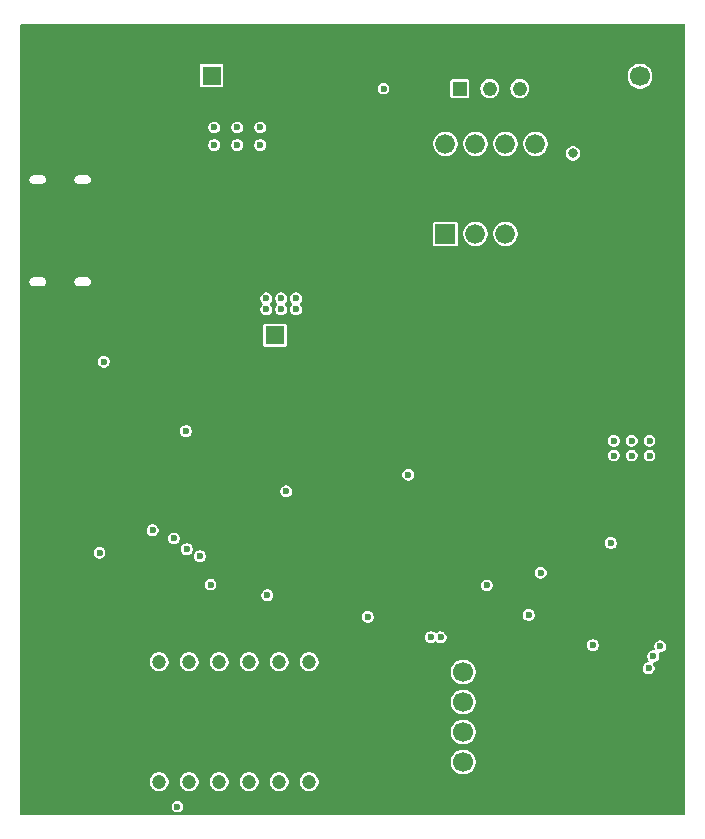
<source format=gbr>
G04 #@! TF.GenerationSoftware,KiCad,Pcbnew,9.0.4*
G04 #@! TF.CreationDate,2025-09-25T11:49:33+08:00*
G04 #@! TF.ProjectId,boost-convertor,626f6f73-742d-4636-9f6e-766572746f72,rev?*
G04 #@! TF.SameCoordinates,Original*
G04 #@! TF.FileFunction,Copper,L2,Inr*
G04 #@! TF.FilePolarity,Positive*
%FSLAX46Y46*%
G04 Gerber Fmt 4.6, Leading zero omitted, Abs format (unit mm)*
G04 Created by KiCad (PCBNEW 9.0.4) date 2025-09-25 11:49:33*
%MOMM*%
%LPD*%
G01*
G04 APERTURE LIST*
G04 #@! TA.AperFunction,ComponentPad*
%ADD10C,1.700000*%
G04 #@! TD*
G04 #@! TA.AperFunction,ComponentPad*
%ADD11R,1.676400X1.676400*%
G04 #@! TD*
G04 #@! TA.AperFunction,ComponentPad*
%ADD12C,1.676400*%
G04 #@! TD*
G04 #@! TA.AperFunction,ComponentPad*
%ADD13C,1.200000*%
G04 #@! TD*
G04 #@! TA.AperFunction,ComponentPad*
%ADD14R,1.600000X1.600000*%
G04 #@! TD*
G04 #@! TA.AperFunction,ComponentPad*
%ADD15C,1.600000*%
G04 #@! TD*
G04 #@! TA.AperFunction,ComponentPad*
%ADD16R,1.218000X1.218000*%
G04 #@! TD*
G04 #@! TA.AperFunction,ComponentPad*
%ADD17C,1.218000*%
G04 #@! TD*
G04 #@! TA.AperFunction,ViaPad*
%ADD18C,0.600000*%
G04 #@! TD*
G04 #@! TA.AperFunction,ViaPad*
%ADD19C,0.800000*%
G04 #@! TD*
G04 APERTURE END LIST*
D10*
X135920000Y-52460000D03*
X135920000Y-55960000D03*
D11*
X119440000Y-65810000D03*
D12*
X121980000Y-65810000D03*
X124520000Y-65810000D03*
X127060000Y-65810000D03*
X127060000Y-58190000D03*
X124520000Y-58190000D03*
X121980000Y-58190000D03*
X119440000Y-58190000D03*
D13*
X97740000Y-102040000D03*
X107900000Y-102040000D03*
X102820000Y-112200000D03*
X97740000Y-112200000D03*
X95200000Y-112200000D03*
X100280000Y-102040000D03*
X105360000Y-112200000D03*
X100280000Y-112200000D03*
X95200000Y-102040000D03*
X102820000Y-102040000D03*
X105360000Y-102040000D03*
X107900000Y-112200000D03*
D14*
X99640151Y-52400000D03*
D15*
X96140151Y-52400000D03*
D10*
X120950000Y-102895000D03*
X120950000Y-105435000D03*
X120950000Y-107975000D03*
X120950000Y-110515000D03*
X120950000Y-113055000D03*
D14*
X105025000Y-74397349D03*
D15*
X105025000Y-77897349D03*
D16*
X120670000Y-53500000D03*
D17*
X123210000Y-53500000D03*
X125750000Y-53500000D03*
D18*
X137025000Y-101575000D03*
X90525000Y-76625000D03*
X103760000Y-56800000D03*
X103760000Y-58290000D03*
X97475000Y-82500000D03*
D19*
X130250000Y-59000000D03*
D18*
X133450000Y-91975000D03*
X101810000Y-58290000D03*
X119035598Y-99964402D03*
X136650000Y-102575000D03*
X116300000Y-86200000D03*
X101810000Y-56800000D03*
X99860000Y-58290000D03*
X99860000Y-56800000D03*
X136725000Y-83325000D03*
X135212500Y-83325000D03*
X136725000Y-84575000D03*
X105530000Y-71270000D03*
X104270000Y-72190000D03*
X106790000Y-72190000D03*
X105530000Y-72190000D03*
X133700000Y-83325000D03*
X106790000Y-71270000D03*
X135212500Y-84575000D03*
X133700000Y-84575000D03*
X104270000Y-71270000D03*
X90235000Y-56725000D03*
X135500000Y-92500000D03*
X102000000Y-60290000D03*
X93670000Y-58500000D03*
X93715000Y-56725000D03*
D19*
X128750000Y-50750000D03*
D18*
X123750000Y-87700000D03*
X92355596Y-100496899D03*
X96755596Y-95196899D03*
X91930000Y-58500000D03*
X121435598Y-100035598D03*
X138525000Y-92825000D03*
X137775000Y-92575000D03*
X105300000Y-92400000D03*
X91975000Y-56725000D03*
X120750000Y-87700000D03*
X90190000Y-58500000D03*
X127500000Y-94500000D03*
X105955596Y-87596899D03*
X118210000Y-99950000D03*
X104355596Y-96396899D03*
X112870000Y-98230000D03*
X97555596Y-92496899D03*
X96755596Y-114296899D03*
X96455596Y-91596899D03*
X90155596Y-92796899D03*
X99555596Y-95496899D03*
X94655596Y-90896899D03*
X98655596Y-93096899D03*
X114200000Y-53500000D03*
X126500000Y-98075000D03*
X122950000Y-95575000D03*
X131925000Y-100625000D03*
X137625000Y-100725000D03*
G04 #@! TA.AperFunction,Conductor*
G36*
X139642539Y-48020185D02*
G01*
X139688294Y-48072989D01*
X139699500Y-48124500D01*
X139699500Y-114925500D01*
X139679815Y-114992539D01*
X139627011Y-115038294D01*
X139575500Y-115049500D01*
X83574500Y-115049500D01*
X83507461Y-115029815D01*
X83461706Y-114977011D01*
X83450500Y-114925500D01*
X83450500Y-114231007D01*
X96255096Y-114231007D01*
X96255096Y-114362790D01*
X96289204Y-114490086D01*
X96322150Y-114547149D01*
X96355096Y-114604213D01*
X96448282Y-114697399D01*
X96562410Y-114763291D01*
X96689704Y-114797399D01*
X96689706Y-114797399D01*
X96821486Y-114797399D01*
X96821488Y-114797399D01*
X96948782Y-114763291D01*
X97062910Y-114697399D01*
X97156096Y-114604213D01*
X97221988Y-114490085D01*
X97256096Y-114362791D01*
X97256096Y-114231007D01*
X97221988Y-114103713D01*
X97156096Y-113989585D01*
X97062910Y-113896399D01*
X97005846Y-113863453D01*
X96948783Y-113830507D01*
X96885135Y-113813453D01*
X96821488Y-113796399D01*
X96689704Y-113796399D01*
X96562408Y-113830507D01*
X96448282Y-113896399D01*
X96448279Y-113896401D01*
X96355098Y-113989582D01*
X96355096Y-113989585D01*
X96289204Y-114103711D01*
X96255096Y-114231007D01*
X83450500Y-114231007D01*
X83450500Y-112121153D01*
X94399500Y-112121153D01*
X94399500Y-112278846D01*
X94430261Y-112433489D01*
X94430264Y-112433501D01*
X94490602Y-112579172D01*
X94490609Y-112579185D01*
X94578210Y-112710288D01*
X94578213Y-112710292D01*
X94689707Y-112821786D01*
X94689711Y-112821789D01*
X94820814Y-112909390D01*
X94820827Y-112909397D01*
X94966498Y-112969735D01*
X94966503Y-112969737D01*
X95121153Y-113000499D01*
X95121156Y-113000500D01*
X95121158Y-113000500D01*
X95278844Y-113000500D01*
X95278845Y-113000499D01*
X95433497Y-112969737D01*
X95579179Y-112909394D01*
X95710289Y-112821789D01*
X95821789Y-112710289D01*
X95909394Y-112579179D01*
X95969737Y-112433497D01*
X96000500Y-112278842D01*
X96000500Y-112121158D01*
X96000500Y-112121155D01*
X96000499Y-112121153D01*
X96939500Y-112121153D01*
X96939500Y-112278846D01*
X96970261Y-112433489D01*
X96970264Y-112433501D01*
X97030602Y-112579172D01*
X97030609Y-112579185D01*
X97118210Y-112710288D01*
X97118213Y-112710292D01*
X97229707Y-112821786D01*
X97229711Y-112821789D01*
X97360814Y-112909390D01*
X97360827Y-112909397D01*
X97506498Y-112969735D01*
X97506503Y-112969737D01*
X97661153Y-113000499D01*
X97661156Y-113000500D01*
X97661158Y-113000500D01*
X97818844Y-113000500D01*
X97818845Y-113000499D01*
X97973497Y-112969737D01*
X98119179Y-112909394D01*
X98250289Y-112821789D01*
X98361789Y-112710289D01*
X98449394Y-112579179D01*
X98509737Y-112433497D01*
X98540500Y-112278842D01*
X98540500Y-112121158D01*
X98540500Y-112121155D01*
X98540499Y-112121153D01*
X99479500Y-112121153D01*
X99479500Y-112278846D01*
X99510261Y-112433489D01*
X99510264Y-112433501D01*
X99570602Y-112579172D01*
X99570609Y-112579185D01*
X99658210Y-112710288D01*
X99658213Y-112710292D01*
X99769707Y-112821786D01*
X99769711Y-112821789D01*
X99900814Y-112909390D01*
X99900827Y-112909397D01*
X100046498Y-112969735D01*
X100046503Y-112969737D01*
X100201153Y-113000499D01*
X100201156Y-113000500D01*
X100201158Y-113000500D01*
X100358844Y-113000500D01*
X100358845Y-113000499D01*
X100513497Y-112969737D01*
X100659179Y-112909394D01*
X100790289Y-112821789D01*
X100901789Y-112710289D01*
X100989394Y-112579179D01*
X101049737Y-112433497D01*
X101080500Y-112278842D01*
X101080500Y-112121158D01*
X101080500Y-112121155D01*
X101080499Y-112121153D01*
X102019500Y-112121153D01*
X102019500Y-112278846D01*
X102050261Y-112433489D01*
X102050264Y-112433501D01*
X102110602Y-112579172D01*
X102110609Y-112579185D01*
X102198210Y-112710288D01*
X102198213Y-112710292D01*
X102309707Y-112821786D01*
X102309711Y-112821789D01*
X102440814Y-112909390D01*
X102440827Y-112909397D01*
X102586498Y-112969735D01*
X102586503Y-112969737D01*
X102741153Y-113000499D01*
X102741156Y-113000500D01*
X102741158Y-113000500D01*
X102898844Y-113000500D01*
X102898845Y-113000499D01*
X103053497Y-112969737D01*
X103199179Y-112909394D01*
X103330289Y-112821789D01*
X103441789Y-112710289D01*
X103529394Y-112579179D01*
X103589737Y-112433497D01*
X103620500Y-112278842D01*
X103620500Y-112121158D01*
X103620500Y-112121155D01*
X103620499Y-112121153D01*
X104559500Y-112121153D01*
X104559500Y-112278846D01*
X104590261Y-112433489D01*
X104590264Y-112433501D01*
X104650602Y-112579172D01*
X104650609Y-112579185D01*
X104738210Y-112710288D01*
X104738213Y-112710292D01*
X104849707Y-112821786D01*
X104849711Y-112821789D01*
X104980814Y-112909390D01*
X104980827Y-112909397D01*
X105126498Y-112969735D01*
X105126503Y-112969737D01*
X105281153Y-113000499D01*
X105281156Y-113000500D01*
X105281158Y-113000500D01*
X105438844Y-113000500D01*
X105438845Y-113000499D01*
X105593497Y-112969737D01*
X105739179Y-112909394D01*
X105870289Y-112821789D01*
X105981789Y-112710289D01*
X106069394Y-112579179D01*
X106129737Y-112433497D01*
X106160500Y-112278842D01*
X106160500Y-112121158D01*
X106160500Y-112121155D01*
X106160499Y-112121153D01*
X107099500Y-112121153D01*
X107099500Y-112278846D01*
X107130261Y-112433489D01*
X107130264Y-112433501D01*
X107190602Y-112579172D01*
X107190609Y-112579185D01*
X107278210Y-112710288D01*
X107278213Y-112710292D01*
X107389707Y-112821786D01*
X107389711Y-112821789D01*
X107520814Y-112909390D01*
X107520827Y-112909397D01*
X107666498Y-112969735D01*
X107666503Y-112969737D01*
X107821153Y-113000499D01*
X107821156Y-113000500D01*
X107821158Y-113000500D01*
X107978844Y-113000500D01*
X107978845Y-113000499D01*
X108133497Y-112969737D01*
X108279179Y-112909394D01*
X108410289Y-112821789D01*
X108521789Y-112710289D01*
X108609394Y-112579179D01*
X108669737Y-112433497D01*
X108700500Y-112278842D01*
X108700500Y-112121158D01*
X108700500Y-112121155D01*
X108700499Y-112121153D01*
X108669738Y-111966510D01*
X108669737Y-111966503D01*
X108669735Y-111966498D01*
X108609397Y-111820827D01*
X108609390Y-111820814D01*
X108521789Y-111689711D01*
X108521786Y-111689707D01*
X108410292Y-111578213D01*
X108410288Y-111578210D01*
X108279185Y-111490609D01*
X108279172Y-111490602D01*
X108133501Y-111430264D01*
X108133489Y-111430261D01*
X107978845Y-111399500D01*
X107978842Y-111399500D01*
X107821158Y-111399500D01*
X107821155Y-111399500D01*
X107666510Y-111430261D01*
X107666498Y-111430264D01*
X107520827Y-111490602D01*
X107520814Y-111490609D01*
X107389711Y-111578210D01*
X107389707Y-111578213D01*
X107278213Y-111689707D01*
X107278210Y-111689711D01*
X107190609Y-111820814D01*
X107190602Y-111820827D01*
X107130264Y-111966498D01*
X107130261Y-111966510D01*
X107099500Y-112121153D01*
X106160499Y-112121153D01*
X106129738Y-111966510D01*
X106129737Y-111966503D01*
X106129735Y-111966498D01*
X106069397Y-111820827D01*
X106069390Y-111820814D01*
X105981789Y-111689711D01*
X105981786Y-111689707D01*
X105870292Y-111578213D01*
X105870288Y-111578210D01*
X105739185Y-111490609D01*
X105739172Y-111490602D01*
X105593501Y-111430264D01*
X105593489Y-111430261D01*
X105438845Y-111399500D01*
X105438842Y-111399500D01*
X105281158Y-111399500D01*
X105281155Y-111399500D01*
X105126510Y-111430261D01*
X105126498Y-111430264D01*
X104980827Y-111490602D01*
X104980814Y-111490609D01*
X104849711Y-111578210D01*
X104849707Y-111578213D01*
X104738213Y-111689707D01*
X104738210Y-111689711D01*
X104650609Y-111820814D01*
X104650602Y-111820827D01*
X104590264Y-111966498D01*
X104590261Y-111966510D01*
X104559500Y-112121153D01*
X103620499Y-112121153D01*
X103589738Y-111966510D01*
X103589737Y-111966503D01*
X103589735Y-111966498D01*
X103529397Y-111820827D01*
X103529390Y-111820814D01*
X103441789Y-111689711D01*
X103441786Y-111689707D01*
X103330292Y-111578213D01*
X103330288Y-111578210D01*
X103199185Y-111490609D01*
X103199172Y-111490602D01*
X103053501Y-111430264D01*
X103053489Y-111430261D01*
X102898845Y-111399500D01*
X102898842Y-111399500D01*
X102741158Y-111399500D01*
X102741155Y-111399500D01*
X102586510Y-111430261D01*
X102586498Y-111430264D01*
X102440827Y-111490602D01*
X102440814Y-111490609D01*
X102309711Y-111578210D01*
X102309707Y-111578213D01*
X102198213Y-111689707D01*
X102198210Y-111689711D01*
X102110609Y-111820814D01*
X102110602Y-111820827D01*
X102050264Y-111966498D01*
X102050261Y-111966510D01*
X102019500Y-112121153D01*
X101080499Y-112121153D01*
X101049738Y-111966510D01*
X101049737Y-111966503D01*
X101049735Y-111966498D01*
X100989397Y-111820827D01*
X100989390Y-111820814D01*
X100901789Y-111689711D01*
X100901786Y-111689707D01*
X100790292Y-111578213D01*
X100790288Y-111578210D01*
X100659185Y-111490609D01*
X100659172Y-111490602D01*
X100513501Y-111430264D01*
X100513489Y-111430261D01*
X100358845Y-111399500D01*
X100358842Y-111399500D01*
X100201158Y-111399500D01*
X100201155Y-111399500D01*
X100046510Y-111430261D01*
X100046498Y-111430264D01*
X99900827Y-111490602D01*
X99900814Y-111490609D01*
X99769711Y-111578210D01*
X99769707Y-111578213D01*
X99658213Y-111689707D01*
X99658210Y-111689711D01*
X99570609Y-111820814D01*
X99570602Y-111820827D01*
X99510264Y-111966498D01*
X99510261Y-111966510D01*
X99479500Y-112121153D01*
X98540499Y-112121153D01*
X98509738Y-111966510D01*
X98509737Y-111966503D01*
X98509735Y-111966498D01*
X98449397Y-111820827D01*
X98449390Y-111820814D01*
X98361789Y-111689711D01*
X98361786Y-111689707D01*
X98250292Y-111578213D01*
X98250288Y-111578210D01*
X98119185Y-111490609D01*
X98119172Y-111490602D01*
X97973501Y-111430264D01*
X97973489Y-111430261D01*
X97818845Y-111399500D01*
X97818842Y-111399500D01*
X97661158Y-111399500D01*
X97661155Y-111399500D01*
X97506510Y-111430261D01*
X97506498Y-111430264D01*
X97360827Y-111490602D01*
X97360814Y-111490609D01*
X97229711Y-111578210D01*
X97229707Y-111578213D01*
X97118213Y-111689707D01*
X97118210Y-111689711D01*
X97030609Y-111820814D01*
X97030602Y-111820827D01*
X96970264Y-111966498D01*
X96970261Y-111966510D01*
X96939500Y-112121153D01*
X96000499Y-112121153D01*
X95969738Y-111966510D01*
X95969737Y-111966503D01*
X95969735Y-111966498D01*
X95909397Y-111820827D01*
X95909390Y-111820814D01*
X95821789Y-111689711D01*
X95821786Y-111689707D01*
X95710292Y-111578213D01*
X95710288Y-111578210D01*
X95579185Y-111490609D01*
X95579172Y-111490602D01*
X95433501Y-111430264D01*
X95433489Y-111430261D01*
X95278845Y-111399500D01*
X95278842Y-111399500D01*
X95121158Y-111399500D01*
X95121155Y-111399500D01*
X94966510Y-111430261D01*
X94966498Y-111430264D01*
X94820827Y-111490602D01*
X94820814Y-111490609D01*
X94689711Y-111578210D01*
X94689707Y-111578213D01*
X94578213Y-111689707D01*
X94578210Y-111689711D01*
X94490609Y-111820814D01*
X94490602Y-111820827D01*
X94430264Y-111966498D01*
X94430261Y-111966510D01*
X94399500Y-112121153D01*
X83450500Y-112121153D01*
X83450500Y-110411530D01*
X119899500Y-110411530D01*
X119899500Y-110618469D01*
X119939868Y-110821412D01*
X119939870Y-110821420D01*
X120019058Y-111012596D01*
X120134024Y-111184657D01*
X120280342Y-111330975D01*
X120280345Y-111330977D01*
X120452402Y-111445941D01*
X120643580Y-111525130D01*
X120846530Y-111565499D01*
X120846534Y-111565500D01*
X120846535Y-111565500D01*
X121053466Y-111565500D01*
X121053467Y-111565499D01*
X121256420Y-111525130D01*
X121447598Y-111445941D01*
X121619655Y-111330977D01*
X121765977Y-111184655D01*
X121880941Y-111012598D01*
X121960130Y-110821420D01*
X122000500Y-110618465D01*
X122000500Y-110411535D01*
X121960130Y-110208580D01*
X121880941Y-110017402D01*
X121765977Y-109845345D01*
X121765975Y-109845342D01*
X121619657Y-109699024D01*
X121533626Y-109641541D01*
X121447598Y-109584059D01*
X121256420Y-109504870D01*
X121256412Y-109504868D01*
X121053469Y-109464500D01*
X121053465Y-109464500D01*
X120846535Y-109464500D01*
X120846530Y-109464500D01*
X120643587Y-109504868D01*
X120643579Y-109504870D01*
X120452403Y-109584058D01*
X120280342Y-109699024D01*
X120134024Y-109845342D01*
X120019058Y-110017403D01*
X119939870Y-110208579D01*
X119939868Y-110208587D01*
X119899500Y-110411530D01*
X83450500Y-110411530D01*
X83450500Y-107871530D01*
X119899500Y-107871530D01*
X119899500Y-108078469D01*
X119939868Y-108281412D01*
X119939870Y-108281420D01*
X120019058Y-108472596D01*
X120134024Y-108644657D01*
X120280342Y-108790975D01*
X120280345Y-108790977D01*
X120452402Y-108905941D01*
X120643580Y-108985130D01*
X120846530Y-109025499D01*
X120846534Y-109025500D01*
X120846535Y-109025500D01*
X121053466Y-109025500D01*
X121053467Y-109025499D01*
X121256420Y-108985130D01*
X121447598Y-108905941D01*
X121619655Y-108790977D01*
X121765977Y-108644655D01*
X121880941Y-108472598D01*
X121960130Y-108281420D01*
X122000500Y-108078465D01*
X122000500Y-107871535D01*
X121960130Y-107668580D01*
X121880941Y-107477402D01*
X121765977Y-107305345D01*
X121765975Y-107305342D01*
X121619657Y-107159024D01*
X121533626Y-107101541D01*
X121447598Y-107044059D01*
X121256420Y-106964870D01*
X121256412Y-106964868D01*
X121053469Y-106924500D01*
X121053465Y-106924500D01*
X120846535Y-106924500D01*
X120846530Y-106924500D01*
X120643587Y-106964868D01*
X120643579Y-106964870D01*
X120452403Y-107044058D01*
X120280342Y-107159024D01*
X120134024Y-107305342D01*
X120019058Y-107477403D01*
X119939870Y-107668579D01*
X119939868Y-107668587D01*
X119899500Y-107871530D01*
X83450500Y-107871530D01*
X83450500Y-105331530D01*
X119899500Y-105331530D01*
X119899500Y-105538469D01*
X119939868Y-105741412D01*
X119939870Y-105741420D01*
X120019058Y-105932596D01*
X120134024Y-106104657D01*
X120280342Y-106250975D01*
X120280345Y-106250977D01*
X120452402Y-106365941D01*
X120643580Y-106445130D01*
X120846530Y-106485499D01*
X120846534Y-106485500D01*
X120846535Y-106485500D01*
X121053466Y-106485500D01*
X121053467Y-106485499D01*
X121256420Y-106445130D01*
X121447598Y-106365941D01*
X121619655Y-106250977D01*
X121765977Y-106104655D01*
X121880941Y-105932598D01*
X121960130Y-105741420D01*
X122000500Y-105538465D01*
X122000500Y-105331535D01*
X121960130Y-105128580D01*
X121880941Y-104937402D01*
X121765977Y-104765345D01*
X121765975Y-104765342D01*
X121619657Y-104619024D01*
X121533626Y-104561541D01*
X121447598Y-104504059D01*
X121256420Y-104424870D01*
X121256412Y-104424868D01*
X121053469Y-104384500D01*
X121053465Y-104384500D01*
X120846535Y-104384500D01*
X120846530Y-104384500D01*
X120643587Y-104424868D01*
X120643579Y-104424870D01*
X120452403Y-104504058D01*
X120280342Y-104619024D01*
X120134024Y-104765342D01*
X120019058Y-104937403D01*
X119939870Y-105128579D01*
X119939868Y-105128587D01*
X119899500Y-105331530D01*
X83450500Y-105331530D01*
X83450500Y-101961153D01*
X94399500Y-101961153D01*
X94399500Y-102118846D01*
X94430261Y-102273489D01*
X94430264Y-102273501D01*
X94490602Y-102419172D01*
X94490609Y-102419185D01*
X94578210Y-102550288D01*
X94578213Y-102550292D01*
X94689707Y-102661786D01*
X94689711Y-102661789D01*
X94820814Y-102749390D01*
X94820827Y-102749397D01*
X94922559Y-102791535D01*
X94966503Y-102809737D01*
X95121153Y-102840499D01*
X95121156Y-102840500D01*
X95121158Y-102840500D01*
X95278844Y-102840500D01*
X95278845Y-102840499D01*
X95433497Y-102809737D01*
X95579179Y-102749394D01*
X95710289Y-102661789D01*
X95821789Y-102550289D01*
X95909394Y-102419179D01*
X95969737Y-102273497D01*
X96000500Y-102118842D01*
X96000500Y-101961158D01*
X96000500Y-101961155D01*
X96000499Y-101961153D01*
X96939500Y-101961153D01*
X96939500Y-102118846D01*
X96970261Y-102273489D01*
X96970264Y-102273501D01*
X97030602Y-102419172D01*
X97030609Y-102419185D01*
X97118210Y-102550288D01*
X97118213Y-102550292D01*
X97229707Y-102661786D01*
X97229711Y-102661789D01*
X97360814Y-102749390D01*
X97360827Y-102749397D01*
X97462559Y-102791535D01*
X97506503Y-102809737D01*
X97661153Y-102840499D01*
X97661156Y-102840500D01*
X97661158Y-102840500D01*
X97818844Y-102840500D01*
X97818845Y-102840499D01*
X97973497Y-102809737D01*
X98119179Y-102749394D01*
X98250289Y-102661789D01*
X98361789Y-102550289D01*
X98449394Y-102419179D01*
X98509737Y-102273497D01*
X98540500Y-102118842D01*
X98540500Y-101961158D01*
X98540500Y-101961155D01*
X98540499Y-101961153D01*
X99479500Y-101961153D01*
X99479500Y-102118846D01*
X99510261Y-102273489D01*
X99510264Y-102273501D01*
X99570602Y-102419172D01*
X99570609Y-102419185D01*
X99658210Y-102550288D01*
X99658213Y-102550292D01*
X99769707Y-102661786D01*
X99769711Y-102661789D01*
X99900814Y-102749390D01*
X99900827Y-102749397D01*
X100002559Y-102791535D01*
X100046503Y-102809737D01*
X100201153Y-102840499D01*
X100201156Y-102840500D01*
X100201158Y-102840500D01*
X100358844Y-102840500D01*
X100358845Y-102840499D01*
X100513497Y-102809737D01*
X100659179Y-102749394D01*
X100790289Y-102661789D01*
X100901789Y-102550289D01*
X100989394Y-102419179D01*
X101049737Y-102273497D01*
X101080500Y-102118842D01*
X101080500Y-101961158D01*
X101080500Y-101961155D01*
X101080499Y-101961153D01*
X102019500Y-101961153D01*
X102019500Y-102118846D01*
X102050261Y-102273489D01*
X102050264Y-102273501D01*
X102110602Y-102419172D01*
X102110609Y-102419185D01*
X102198210Y-102550288D01*
X102198213Y-102550292D01*
X102309707Y-102661786D01*
X102309711Y-102661789D01*
X102440814Y-102749390D01*
X102440827Y-102749397D01*
X102542559Y-102791535D01*
X102586503Y-102809737D01*
X102741153Y-102840499D01*
X102741156Y-102840500D01*
X102741158Y-102840500D01*
X102898844Y-102840500D01*
X102898845Y-102840499D01*
X103053497Y-102809737D01*
X103199179Y-102749394D01*
X103330289Y-102661789D01*
X103441789Y-102550289D01*
X103529394Y-102419179D01*
X103589737Y-102273497D01*
X103620500Y-102118842D01*
X103620500Y-101961158D01*
X103620500Y-101961155D01*
X103620499Y-101961153D01*
X104559500Y-101961153D01*
X104559500Y-102118846D01*
X104590261Y-102273489D01*
X104590264Y-102273501D01*
X104650602Y-102419172D01*
X104650609Y-102419185D01*
X104738210Y-102550288D01*
X104738213Y-102550292D01*
X104849707Y-102661786D01*
X104849711Y-102661789D01*
X104980814Y-102749390D01*
X104980827Y-102749397D01*
X105082559Y-102791535D01*
X105126503Y-102809737D01*
X105281153Y-102840499D01*
X105281156Y-102840500D01*
X105281158Y-102840500D01*
X105438844Y-102840500D01*
X105438845Y-102840499D01*
X105593497Y-102809737D01*
X105739179Y-102749394D01*
X105870289Y-102661789D01*
X105981789Y-102550289D01*
X106069394Y-102419179D01*
X106129737Y-102273497D01*
X106160500Y-102118842D01*
X106160500Y-101961158D01*
X106160500Y-101961155D01*
X106160499Y-101961153D01*
X107099500Y-101961153D01*
X107099500Y-102118846D01*
X107130261Y-102273489D01*
X107130264Y-102273501D01*
X107190602Y-102419172D01*
X107190609Y-102419185D01*
X107278210Y-102550288D01*
X107278213Y-102550292D01*
X107389707Y-102661786D01*
X107389711Y-102661789D01*
X107520814Y-102749390D01*
X107520827Y-102749397D01*
X107622559Y-102791535D01*
X107666503Y-102809737D01*
X107821153Y-102840499D01*
X107821156Y-102840500D01*
X107821158Y-102840500D01*
X107978844Y-102840500D01*
X107978845Y-102840499D01*
X108133497Y-102809737D01*
X108177453Y-102791530D01*
X119899500Y-102791530D01*
X119899500Y-102998469D01*
X119939868Y-103201412D01*
X119939870Y-103201420D01*
X120019058Y-103392596D01*
X120134024Y-103564657D01*
X120280342Y-103710975D01*
X120280345Y-103710977D01*
X120452402Y-103825941D01*
X120643580Y-103905130D01*
X120846530Y-103945499D01*
X120846534Y-103945500D01*
X120846535Y-103945500D01*
X121053466Y-103945500D01*
X121053467Y-103945499D01*
X121256420Y-103905130D01*
X121447598Y-103825941D01*
X121619655Y-103710977D01*
X121765977Y-103564655D01*
X121880941Y-103392598D01*
X121960130Y-103201420D01*
X122000500Y-102998465D01*
X122000500Y-102791535D01*
X121960130Y-102588580D01*
X121960128Y-102588575D01*
X121943501Y-102548433D01*
X121927212Y-102509108D01*
X136149500Y-102509108D01*
X136149500Y-102640892D01*
X136155099Y-102661789D01*
X136183608Y-102768187D01*
X136207598Y-102809738D01*
X136249500Y-102882314D01*
X136342686Y-102975500D01*
X136456814Y-103041392D01*
X136584108Y-103075500D01*
X136584110Y-103075500D01*
X136715890Y-103075500D01*
X136715892Y-103075500D01*
X136843186Y-103041392D01*
X136957314Y-102975500D01*
X137050500Y-102882314D01*
X137116392Y-102768186D01*
X137150500Y-102640892D01*
X137150500Y-102509108D01*
X137116392Y-102381814D01*
X137050500Y-102267686D01*
X137050494Y-102267680D01*
X137048044Y-102264486D01*
X137046811Y-102261298D01*
X137046436Y-102260648D01*
X137046537Y-102260589D01*
X137022847Y-102199317D01*
X137036883Y-102130872D01*
X137085696Y-102080881D01*
X137114320Y-102069222D01*
X137218186Y-102041392D01*
X137332314Y-101975500D01*
X137425500Y-101882314D01*
X137491392Y-101768186D01*
X137525500Y-101640892D01*
X137525500Y-101509108D01*
X137491392Y-101381814D01*
X137491390Y-101381810D01*
X137491332Y-101381594D01*
X137492995Y-101311744D01*
X137532157Y-101253881D01*
X137596386Y-101226377D01*
X137611107Y-101225500D01*
X137690890Y-101225500D01*
X137690892Y-101225500D01*
X137818186Y-101191392D01*
X137932314Y-101125500D01*
X138025500Y-101032314D01*
X138091392Y-100918186D01*
X138125500Y-100790892D01*
X138125500Y-100659108D01*
X138091392Y-100531814D01*
X138025500Y-100417686D01*
X137932314Y-100324500D01*
X137875250Y-100291554D01*
X137818187Y-100258608D01*
X137754539Y-100241554D01*
X137690892Y-100224500D01*
X137559108Y-100224500D01*
X137431812Y-100258608D01*
X137317686Y-100324500D01*
X137317683Y-100324502D01*
X137224502Y-100417683D01*
X137224500Y-100417686D01*
X137158608Y-100531812D01*
X137151294Y-100559110D01*
X137124500Y-100659108D01*
X137124500Y-100790892D01*
X137158608Y-100918186D01*
X137158609Y-100918187D01*
X137158668Y-100918406D01*
X137157005Y-100988256D01*
X137117843Y-101046119D01*
X137053614Y-101073623D01*
X137038893Y-101074500D01*
X136959108Y-101074500D01*
X136831812Y-101108608D01*
X136717686Y-101174500D01*
X136717683Y-101174502D01*
X136624502Y-101267683D01*
X136624500Y-101267686D01*
X136558608Y-101381812D01*
X136524500Y-101509108D01*
X136524500Y-101640891D01*
X136558608Y-101768187D01*
X136580730Y-101806503D01*
X136624500Y-101882314D01*
X136624501Y-101882315D01*
X136624503Y-101882318D01*
X136626956Y-101885515D01*
X136628187Y-101888699D01*
X136628564Y-101889352D01*
X136628462Y-101889410D01*
X136652152Y-101950683D01*
X136638115Y-102019128D01*
X136589302Y-102069119D01*
X136560676Y-102080778D01*
X136456812Y-102108608D01*
X136342686Y-102174500D01*
X136342683Y-102174502D01*
X136249502Y-102267683D01*
X136249500Y-102267686D01*
X136183608Y-102381812D01*
X136149500Y-102509108D01*
X121927212Y-102509108D01*
X121880942Y-102397403D01*
X121765975Y-102225342D01*
X121619657Y-102079024D01*
X121530015Y-102019128D01*
X121447598Y-101964059D01*
X121440594Y-101961158D01*
X121256420Y-101884870D01*
X121256412Y-101884868D01*
X121053469Y-101844500D01*
X121053465Y-101844500D01*
X120846535Y-101844500D01*
X120846530Y-101844500D01*
X120643587Y-101884868D01*
X120643579Y-101884870D01*
X120452403Y-101964058D01*
X120280342Y-102079024D01*
X120134024Y-102225342D01*
X120019058Y-102397403D01*
X119939870Y-102588579D01*
X119939868Y-102588587D01*
X119899500Y-102791530D01*
X108177453Y-102791530D01*
X108279179Y-102749394D01*
X108410289Y-102661789D01*
X108521789Y-102550289D01*
X108609394Y-102419179D01*
X108669737Y-102273497D01*
X108700500Y-102118842D01*
X108700500Y-101961158D01*
X108700500Y-101961155D01*
X108700499Y-101961153D01*
X108686087Y-101888699D01*
X108669737Y-101806503D01*
X108653866Y-101768186D01*
X108609397Y-101660827D01*
X108609390Y-101660814D01*
X108521789Y-101529711D01*
X108521786Y-101529707D01*
X108410292Y-101418213D01*
X108410288Y-101418210D01*
X108279185Y-101330609D01*
X108279172Y-101330602D01*
X108133501Y-101270264D01*
X108133489Y-101270261D01*
X107978845Y-101239500D01*
X107978842Y-101239500D01*
X107821158Y-101239500D01*
X107821155Y-101239500D01*
X107666510Y-101270261D01*
X107666498Y-101270264D01*
X107520827Y-101330602D01*
X107520814Y-101330609D01*
X107389711Y-101418210D01*
X107389707Y-101418213D01*
X107278213Y-101529707D01*
X107278210Y-101529711D01*
X107190609Y-101660814D01*
X107190602Y-101660827D01*
X107130264Y-101806498D01*
X107130261Y-101806510D01*
X107099500Y-101961153D01*
X106160499Y-101961153D01*
X106146087Y-101888699D01*
X106129737Y-101806503D01*
X106113866Y-101768186D01*
X106069397Y-101660827D01*
X106069390Y-101660814D01*
X105981789Y-101529711D01*
X105981786Y-101529707D01*
X105870292Y-101418213D01*
X105870288Y-101418210D01*
X105739185Y-101330609D01*
X105739172Y-101330602D01*
X105593501Y-101270264D01*
X105593489Y-101270261D01*
X105438845Y-101239500D01*
X105438842Y-101239500D01*
X105281158Y-101239500D01*
X105281155Y-101239500D01*
X105126510Y-101270261D01*
X105126498Y-101270264D01*
X104980827Y-101330602D01*
X104980814Y-101330609D01*
X104849711Y-101418210D01*
X104849707Y-101418213D01*
X104738213Y-101529707D01*
X104738210Y-101529711D01*
X104650609Y-101660814D01*
X104650602Y-101660827D01*
X104590264Y-101806498D01*
X104590261Y-101806510D01*
X104559500Y-101961153D01*
X103620499Y-101961153D01*
X103606087Y-101888699D01*
X103589737Y-101806503D01*
X103573866Y-101768186D01*
X103529397Y-101660827D01*
X103529390Y-101660814D01*
X103441789Y-101529711D01*
X103441786Y-101529707D01*
X103330292Y-101418213D01*
X103330288Y-101418210D01*
X103199185Y-101330609D01*
X103199172Y-101330602D01*
X103053501Y-101270264D01*
X103053489Y-101270261D01*
X102898845Y-101239500D01*
X102898842Y-101239500D01*
X102741158Y-101239500D01*
X102741155Y-101239500D01*
X102586510Y-101270261D01*
X102586498Y-101270264D01*
X102440827Y-101330602D01*
X102440814Y-101330609D01*
X102309711Y-101418210D01*
X102309707Y-101418213D01*
X102198213Y-101529707D01*
X102198210Y-101529711D01*
X102110609Y-101660814D01*
X102110602Y-101660827D01*
X102050264Y-101806498D01*
X102050261Y-101806510D01*
X102019500Y-101961153D01*
X101080499Y-101961153D01*
X101066087Y-101888699D01*
X101049737Y-101806503D01*
X101033866Y-101768186D01*
X100989397Y-101660827D01*
X100989390Y-101660814D01*
X100901789Y-101529711D01*
X100901786Y-101529707D01*
X100790292Y-101418213D01*
X100790288Y-101418210D01*
X100659185Y-101330609D01*
X100659172Y-101330602D01*
X100513501Y-101270264D01*
X100513489Y-101270261D01*
X100358845Y-101239500D01*
X100358842Y-101239500D01*
X100201158Y-101239500D01*
X100201155Y-101239500D01*
X100046510Y-101270261D01*
X100046498Y-101270264D01*
X99900827Y-101330602D01*
X99900814Y-101330609D01*
X99769711Y-101418210D01*
X99769707Y-101418213D01*
X99658213Y-101529707D01*
X99658210Y-101529711D01*
X99570609Y-101660814D01*
X99570602Y-101660827D01*
X99510264Y-101806498D01*
X99510261Y-101806510D01*
X99479500Y-101961153D01*
X98540499Y-101961153D01*
X98526087Y-101888699D01*
X98509737Y-101806503D01*
X98493866Y-101768186D01*
X98449397Y-101660827D01*
X98449390Y-101660814D01*
X98361789Y-101529711D01*
X98361786Y-101529707D01*
X98250292Y-101418213D01*
X98250288Y-101418210D01*
X98119185Y-101330609D01*
X98119172Y-101330602D01*
X97973501Y-101270264D01*
X97973489Y-101270261D01*
X97818845Y-101239500D01*
X97818842Y-101239500D01*
X97661158Y-101239500D01*
X97661155Y-101239500D01*
X97506510Y-101270261D01*
X97506498Y-101270264D01*
X97360827Y-101330602D01*
X97360814Y-101330609D01*
X97229711Y-101418210D01*
X97229707Y-101418213D01*
X97118213Y-101529707D01*
X97118210Y-101529711D01*
X97030609Y-101660814D01*
X97030602Y-101660827D01*
X96970264Y-101806498D01*
X96970261Y-101806510D01*
X96939500Y-101961153D01*
X96000499Y-101961153D01*
X95986087Y-101888699D01*
X95969737Y-101806503D01*
X95953866Y-101768186D01*
X95909397Y-101660827D01*
X95909390Y-101660814D01*
X95821789Y-101529711D01*
X95821786Y-101529707D01*
X95710292Y-101418213D01*
X95710288Y-101418210D01*
X95579185Y-101330609D01*
X95579172Y-101330602D01*
X95433501Y-101270264D01*
X95433489Y-101270261D01*
X95278845Y-101239500D01*
X95278842Y-101239500D01*
X95121158Y-101239500D01*
X95121155Y-101239500D01*
X94966510Y-101270261D01*
X94966498Y-101270264D01*
X94820827Y-101330602D01*
X94820814Y-101330609D01*
X94689711Y-101418210D01*
X94689707Y-101418213D01*
X94578213Y-101529707D01*
X94578210Y-101529711D01*
X94490609Y-101660814D01*
X94490602Y-101660827D01*
X94430264Y-101806498D01*
X94430261Y-101806510D01*
X94399500Y-101961153D01*
X83450500Y-101961153D01*
X83450500Y-100559108D01*
X131424500Y-100559108D01*
X131424500Y-100690891D01*
X131458608Y-100818187D01*
X131491554Y-100875250D01*
X131524500Y-100932314D01*
X131617686Y-101025500D01*
X131731814Y-101091392D01*
X131859108Y-101125500D01*
X131859110Y-101125500D01*
X131990890Y-101125500D01*
X131990892Y-101125500D01*
X132118186Y-101091392D01*
X132232314Y-101025500D01*
X132325500Y-100932314D01*
X132391392Y-100818186D01*
X132425500Y-100690892D01*
X132425500Y-100559108D01*
X132391392Y-100431814D01*
X132325500Y-100317686D01*
X132232314Y-100224500D01*
X132175250Y-100191554D01*
X132118187Y-100158608D01*
X132054539Y-100141554D01*
X131990892Y-100124500D01*
X131859108Y-100124500D01*
X131731812Y-100158608D01*
X131617686Y-100224500D01*
X131617683Y-100224502D01*
X131524502Y-100317683D01*
X131524500Y-100317686D01*
X131458608Y-100431812D01*
X131424500Y-100559108D01*
X83450500Y-100559108D01*
X83450500Y-99884108D01*
X117709500Y-99884108D01*
X117709500Y-100015892D01*
X117713359Y-100030293D01*
X117743608Y-100143187D01*
X117776554Y-100200250D01*
X117809500Y-100257314D01*
X117902686Y-100350500D01*
X118016814Y-100416392D01*
X118144108Y-100450500D01*
X118144110Y-100450500D01*
X118275890Y-100450500D01*
X118275892Y-100450500D01*
X118403186Y-100416392D01*
X118517314Y-100350500D01*
X118527917Y-100339897D01*
X118589240Y-100306412D01*
X118658932Y-100311396D01*
X118703279Y-100339897D01*
X118728284Y-100364902D01*
X118842412Y-100430794D01*
X118969706Y-100464902D01*
X118969708Y-100464902D01*
X119101488Y-100464902D01*
X119101490Y-100464902D01*
X119228784Y-100430794D01*
X119342912Y-100364902D01*
X119436098Y-100271716D01*
X119501990Y-100157588D01*
X119536098Y-100030294D01*
X119536098Y-99898510D01*
X119501990Y-99771216D01*
X119436098Y-99657088D01*
X119342912Y-99563902D01*
X119285848Y-99530956D01*
X119228785Y-99498010D01*
X119165137Y-99480956D01*
X119101490Y-99463902D01*
X118969706Y-99463902D01*
X118842410Y-99498010D01*
X118728284Y-99563902D01*
X118728281Y-99563904D01*
X118717681Y-99574505D01*
X118656358Y-99607990D01*
X118586666Y-99603006D01*
X118542319Y-99574505D01*
X118517316Y-99549502D01*
X118517314Y-99549500D01*
X118428131Y-99498010D01*
X118403187Y-99483608D01*
X118339539Y-99466554D01*
X118275892Y-99449500D01*
X118144108Y-99449500D01*
X118016812Y-99483608D01*
X117902686Y-99549500D01*
X117902683Y-99549502D01*
X117809502Y-99642683D01*
X117809500Y-99642686D01*
X117743608Y-99756812D01*
X117739749Y-99771216D01*
X117709500Y-99884108D01*
X83450500Y-99884108D01*
X83450500Y-98164108D01*
X112369500Y-98164108D01*
X112369500Y-98295891D01*
X112403608Y-98423187D01*
X112433810Y-98475497D01*
X112469500Y-98537314D01*
X112562686Y-98630500D01*
X112676814Y-98696392D01*
X112804108Y-98730500D01*
X112804110Y-98730500D01*
X112935890Y-98730500D01*
X112935892Y-98730500D01*
X113063186Y-98696392D01*
X113177314Y-98630500D01*
X113270500Y-98537314D01*
X113336392Y-98423186D01*
X113370500Y-98295892D01*
X113370500Y-98164108D01*
X113336392Y-98036814D01*
X113320396Y-98009108D01*
X125999500Y-98009108D01*
X125999500Y-98140891D01*
X126033608Y-98268187D01*
X126049604Y-98295892D01*
X126099500Y-98382314D01*
X126192686Y-98475500D01*
X126306814Y-98541392D01*
X126434108Y-98575500D01*
X126434110Y-98575500D01*
X126565890Y-98575500D01*
X126565892Y-98575500D01*
X126693186Y-98541392D01*
X126807314Y-98475500D01*
X126900500Y-98382314D01*
X126966392Y-98268186D01*
X127000500Y-98140892D01*
X127000500Y-98009108D01*
X126966392Y-97881814D01*
X126900500Y-97767686D01*
X126807314Y-97674500D01*
X126750250Y-97641554D01*
X126693187Y-97608608D01*
X126629539Y-97591554D01*
X126565892Y-97574500D01*
X126434108Y-97574500D01*
X126306812Y-97608608D01*
X126192686Y-97674500D01*
X126192683Y-97674502D01*
X126099502Y-97767683D01*
X126099500Y-97767686D01*
X126033608Y-97881812D01*
X125999500Y-98009108D01*
X113320396Y-98009108D01*
X113270500Y-97922686D01*
X113177314Y-97829500D01*
X113120250Y-97796554D01*
X113063187Y-97763608D01*
X112999539Y-97746554D01*
X112935892Y-97729500D01*
X112804108Y-97729500D01*
X112676812Y-97763608D01*
X112562686Y-97829500D01*
X112562683Y-97829502D01*
X112469502Y-97922683D01*
X112469500Y-97922686D01*
X112403608Y-98036812D01*
X112369500Y-98164108D01*
X83450500Y-98164108D01*
X83450500Y-96331007D01*
X103855096Y-96331007D01*
X103855096Y-96462790D01*
X103889204Y-96590086D01*
X103922150Y-96647149D01*
X103955096Y-96704213D01*
X104048282Y-96797399D01*
X104162410Y-96863291D01*
X104289704Y-96897399D01*
X104289706Y-96897399D01*
X104421486Y-96897399D01*
X104421488Y-96897399D01*
X104548782Y-96863291D01*
X104662910Y-96797399D01*
X104756096Y-96704213D01*
X104821988Y-96590085D01*
X104856096Y-96462791D01*
X104856096Y-96331007D01*
X104821988Y-96203713D01*
X104756096Y-96089585D01*
X104662910Y-95996399D01*
X104605564Y-95963290D01*
X104548783Y-95930507D01*
X104485135Y-95913453D01*
X104421488Y-95896399D01*
X104289704Y-95896399D01*
X104162408Y-95930507D01*
X104048282Y-95996399D01*
X104048279Y-95996401D01*
X103955098Y-96089582D01*
X103955096Y-96089585D01*
X103889204Y-96203711D01*
X103855096Y-96331007D01*
X83450500Y-96331007D01*
X83450500Y-95431007D01*
X99055096Y-95431007D01*
X99055096Y-95562790D01*
X99089204Y-95690086D01*
X99122150Y-95747149D01*
X99155096Y-95804213D01*
X99248282Y-95897399D01*
X99362410Y-95963291D01*
X99489704Y-95997399D01*
X99489706Y-95997399D01*
X99621486Y-95997399D01*
X99621488Y-95997399D01*
X99748782Y-95963291D01*
X99862910Y-95897399D01*
X99956096Y-95804213D01*
X100021988Y-95690085D01*
X100056096Y-95562791D01*
X100056096Y-95509108D01*
X122449500Y-95509108D01*
X122449500Y-95640891D01*
X122483608Y-95768187D01*
X122504408Y-95804213D01*
X122549500Y-95882314D01*
X122642686Y-95975500D01*
X122756814Y-96041392D01*
X122884108Y-96075500D01*
X122884110Y-96075500D01*
X123015890Y-96075500D01*
X123015892Y-96075500D01*
X123143186Y-96041392D01*
X123257314Y-95975500D01*
X123350500Y-95882314D01*
X123416392Y-95768186D01*
X123450500Y-95640892D01*
X123450500Y-95509108D01*
X123416392Y-95381814D01*
X123350500Y-95267686D01*
X123257314Y-95174500D01*
X123200250Y-95141554D01*
X123143187Y-95108608D01*
X123079539Y-95091554D01*
X123015892Y-95074500D01*
X122884108Y-95074500D01*
X122756812Y-95108608D01*
X122642686Y-95174500D01*
X122642683Y-95174502D01*
X122549502Y-95267683D01*
X122549500Y-95267686D01*
X122483608Y-95381812D01*
X122449500Y-95509108D01*
X100056096Y-95509108D01*
X100056096Y-95431007D01*
X100021988Y-95303713D01*
X99956096Y-95189585D01*
X99862910Y-95096399D01*
X99805846Y-95063453D01*
X99748783Y-95030507D01*
X99636793Y-95000500D01*
X99621488Y-94996399D01*
X99489704Y-94996399D01*
X99362408Y-95030507D01*
X99248282Y-95096399D01*
X99248279Y-95096401D01*
X99155098Y-95189582D01*
X99155096Y-95189585D01*
X99089204Y-95303711D01*
X99055096Y-95431007D01*
X83450500Y-95431007D01*
X83450500Y-94434108D01*
X126999500Y-94434108D01*
X126999500Y-94565891D01*
X127033608Y-94693187D01*
X127066554Y-94750250D01*
X127099500Y-94807314D01*
X127192686Y-94900500D01*
X127306814Y-94966392D01*
X127434108Y-95000500D01*
X127434110Y-95000500D01*
X127565890Y-95000500D01*
X127565892Y-95000500D01*
X127693186Y-94966392D01*
X127807314Y-94900500D01*
X127900500Y-94807314D01*
X127966392Y-94693186D01*
X128000500Y-94565892D01*
X128000500Y-94434108D01*
X127966392Y-94306814D01*
X127900500Y-94192686D01*
X127807314Y-94099500D01*
X127750250Y-94066554D01*
X127693187Y-94033608D01*
X127629539Y-94016554D01*
X127565892Y-93999500D01*
X127434108Y-93999500D01*
X127306812Y-94033608D01*
X127192686Y-94099500D01*
X127192683Y-94099502D01*
X127099502Y-94192683D01*
X127099500Y-94192686D01*
X127033608Y-94306812D01*
X126999500Y-94434108D01*
X83450500Y-94434108D01*
X83450500Y-92731007D01*
X89655096Y-92731007D01*
X89655096Y-92862790D01*
X89689204Y-92990086D01*
X89722150Y-93047149D01*
X89755096Y-93104213D01*
X89848282Y-93197399D01*
X89962410Y-93263291D01*
X90089704Y-93297399D01*
X90089706Y-93297399D01*
X90221486Y-93297399D01*
X90221488Y-93297399D01*
X90348782Y-93263291D01*
X90462910Y-93197399D01*
X90556096Y-93104213D01*
X90598362Y-93031007D01*
X98155096Y-93031007D01*
X98155096Y-93162790D01*
X98189204Y-93290086D01*
X98222150Y-93347149D01*
X98255096Y-93404213D01*
X98348282Y-93497399D01*
X98462410Y-93563291D01*
X98589704Y-93597399D01*
X98589706Y-93597399D01*
X98721486Y-93597399D01*
X98721488Y-93597399D01*
X98848782Y-93563291D01*
X98962910Y-93497399D01*
X99056096Y-93404213D01*
X99121988Y-93290085D01*
X99156096Y-93162791D01*
X99156096Y-93031007D01*
X99121988Y-92903713D01*
X99056096Y-92789585D01*
X98962910Y-92696399D01*
X98905846Y-92663453D01*
X98848783Y-92630507D01*
X98748784Y-92603713D01*
X98721488Y-92596399D01*
X98589704Y-92596399D01*
X98462408Y-92630507D01*
X98348282Y-92696399D01*
X98348279Y-92696401D01*
X98255098Y-92789582D01*
X98255096Y-92789585D01*
X98189204Y-92903711D01*
X98155096Y-93031007D01*
X90598362Y-93031007D01*
X90621988Y-92990085D01*
X90656096Y-92862791D01*
X90656096Y-92731007D01*
X90621988Y-92603713D01*
X90617765Y-92596399D01*
X90556099Y-92489590D01*
X90556098Y-92489589D01*
X90556096Y-92489585D01*
X90497518Y-92431007D01*
X97055096Y-92431007D01*
X97055096Y-92562790D01*
X97089204Y-92690086D01*
X97122150Y-92747149D01*
X97155096Y-92804213D01*
X97248282Y-92897399D01*
X97347117Y-92954462D01*
X97362406Y-92963289D01*
X97362410Y-92963291D01*
X97489704Y-92997399D01*
X97489706Y-92997399D01*
X97621486Y-92997399D01*
X97621488Y-92997399D01*
X97748782Y-92963291D01*
X97862910Y-92897399D01*
X97956096Y-92804213D01*
X98021988Y-92690085D01*
X98056096Y-92562791D01*
X98056096Y-92431007D01*
X98021988Y-92303713D01*
X97956096Y-92189585D01*
X97862910Y-92096399D01*
X97805564Y-92063290D01*
X97748783Y-92030507D01*
X97733783Y-92026488D01*
X97621488Y-91996399D01*
X97489704Y-91996399D01*
X97362408Y-92030507D01*
X97248282Y-92096399D01*
X97248279Y-92096401D01*
X97155098Y-92189582D01*
X97155096Y-92189585D01*
X97089204Y-92303711D01*
X97055096Y-92431007D01*
X90497518Y-92431007D01*
X90462910Y-92396399D01*
X90405846Y-92363453D01*
X90348783Y-92330507D01*
X90248784Y-92303713D01*
X90221488Y-92296399D01*
X90089704Y-92296399D01*
X89962408Y-92330507D01*
X89848282Y-92396399D01*
X89848279Y-92396401D01*
X89755098Y-92489582D01*
X89755096Y-92489585D01*
X89689204Y-92603711D01*
X89655096Y-92731007D01*
X83450500Y-92731007D01*
X83450500Y-91531007D01*
X95955096Y-91531007D01*
X95955096Y-91662790D01*
X95989204Y-91790086D01*
X96022150Y-91847149D01*
X96055096Y-91904213D01*
X96148282Y-91997399D01*
X96262410Y-92063291D01*
X96389704Y-92097399D01*
X96389706Y-92097399D01*
X96521486Y-92097399D01*
X96521488Y-92097399D01*
X96648782Y-92063291D01*
X96762910Y-91997399D01*
X96851201Y-91909108D01*
X132949500Y-91909108D01*
X132949500Y-92040892D01*
X132955502Y-92063291D01*
X132983608Y-92168187D01*
X133016554Y-92225250D01*
X133049500Y-92282314D01*
X133142686Y-92375500D01*
X133256814Y-92441392D01*
X133384108Y-92475500D01*
X133384110Y-92475500D01*
X133515890Y-92475500D01*
X133515892Y-92475500D01*
X133643186Y-92441392D01*
X133757314Y-92375500D01*
X133850500Y-92282314D01*
X133916392Y-92168186D01*
X133950500Y-92040892D01*
X133950500Y-91909108D01*
X133916392Y-91781814D01*
X133850500Y-91667686D01*
X133757314Y-91574500D01*
X133681982Y-91531007D01*
X133643187Y-91508608D01*
X133579539Y-91491554D01*
X133515892Y-91474500D01*
X133384108Y-91474500D01*
X133256812Y-91508608D01*
X133142686Y-91574500D01*
X133142683Y-91574502D01*
X133049502Y-91667683D01*
X133049500Y-91667686D01*
X132983608Y-91781812D01*
X132950812Y-91904212D01*
X132949500Y-91909108D01*
X96851201Y-91909108D01*
X96856096Y-91904213D01*
X96921988Y-91790085D01*
X96956096Y-91662791D01*
X96956096Y-91531007D01*
X96921988Y-91403713D01*
X96856096Y-91289585D01*
X96762910Y-91196399D01*
X96705846Y-91163453D01*
X96648783Y-91130507D01*
X96585135Y-91113453D01*
X96521488Y-91096399D01*
X96389704Y-91096399D01*
X96262408Y-91130507D01*
X96148282Y-91196399D01*
X96148279Y-91196401D01*
X96055098Y-91289582D01*
X96055096Y-91289585D01*
X95989204Y-91403711D01*
X95955096Y-91531007D01*
X83450500Y-91531007D01*
X83450500Y-90831007D01*
X94155096Y-90831007D01*
X94155096Y-90962790D01*
X94189204Y-91090086D01*
X94192849Y-91096399D01*
X94255096Y-91204213D01*
X94348282Y-91297399D01*
X94462410Y-91363291D01*
X94589704Y-91397399D01*
X94589706Y-91397399D01*
X94721486Y-91397399D01*
X94721488Y-91397399D01*
X94848782Y-91363291D01*
X94962910Y-91297399D01*
X95056096Y-91204213D01*
X95121988Y-91090085D01*
X95156096Y-90962791D01*
X95156096Y-90831007D01*
X95121988Y-90703713D01*
X95056096Y-90589585D01*
X94962910Y-90496399D01*
X94905846Y-90463453D01*
X94848783Y-90430507D01*
X94785135Y-90413453D01*
X94721488Y-90396399D01*
X94589704Y-90396399D01*
X94462408Y-90430507D01*
X94348282Y-90496399D01*
X94348279Y-90496401D01*
X94255098Y-90589582D01*
X94255096Y-90589585D01*
X94189204Y-90703711D01*
X94155096Y-90831007D01*
X83450500Y-90831007D01*
X83450500Y-87531007D01*
X105455096Y-87531007D01*
X105455096Y-87662790D01*
X105489204Y-87790086D01*
X105522150Y-87847149D01*
X105555096Y-87904213D01*
X105648282Y-87997399D01*
X105762410Y-88063291D01*
X105889704Y-88097399D01*
X105889706Y-88097399D01*
X106021486Y-88097399D01*
X106021488Y-88097399D01*
X106148782Y-88063291D01*
X106262910Y-87997399D01*
X106356096Y-87904213D01*
X106421988Y-87790085D01*
X106456096Y-87662791D01*
X106456096Y-87531007D01*
X106421988Y-87403713D01*
X106356096Y-87289585D01*
X106262910Y-87196399D01*
X106205846Y-87163453D01*
X106148783Y-87130507D01*
X106085135Y-87113453D01*
X106021488Y-87096399D01*
X105889704Y-87096399D01*
X105762408Y-87130507D01*
X105648282Y-87196399D01*
X105648279Y-87196401D01*
X105555098Y-87289582D01*
X105555096Y-87289585D01*
X105489204Y-87403711D01*
X105455096Y-87531007D01*
X83450500Y-87531007D01*
X83450500Y-86134108D01*
X115799500Y-86134108D01*
X115799500Y-86265891D01*
X115833608Y-86393187D01*
X115866554Y-86450250D01*
X115899500Y-86507314D01*
X115992686Y-86600500D01*
X116106814Y-86666392D01*
X116234108Y-86700500D01*
X116234110Y-86700500D01*
X116365890Y-86700500D01*
X116365892Y-86700500D01*
X116493186Y-86666392D01*
X116607314Y-86600500D01*
X116700500Y-86507314D01*
X116766392Y-86393186D01*
X116800500Y-86265892D01*
X116800500Y-86134108D01*
X116766392Y-86006814D01*
X116700500Y-85892686D01*
X116607314Y-85799500D01*
X116550250Y-85766554D01*
X116493187Y-85733608D01*
X116429539Y-85716554D01*
X116365892Y-85699500D01*
X116234108Y-85699500D01*
X116106812Y-85733608D01*
X115992686Y-85799500D01*
X115992683Y-85799502D01*
X115899502Y-85892683D01*
X115899500Y-85892686D01*
X115833608Y-86006812D01*
X115799500Y-86134108D01*
X83450500Y-86134108D01*
X83450500Y-84509108D01*
X133199500Y-84509108D01*
X133199500Y-84640891D01*
X133233608Y-84768187D01*
X133266554Y-84825250D01*
X133299500Y-84882314D01*
X133392686Y-84975500D01*
X133506814Y-85041392D01*
X133634108Y-85075500D01*
X133634110Y-85075500D01*
X133765890Y-85075500D01*
X133765892Y-85075500D01*
X133893186Y-85041392D01*
X134007314Y-84975500D01*
X134100500Y-84882314D01*
X134166392Y-84768186D01*
X134200500Y-84640892D01*
X134200500Y-84509108D01*
X134712000Y-84509108D01*
X134712000Y-84640891D01*
X134746108Y-84768187D01*
X134779054Y-84825250D01*
X134812000Y-84882314D01*
X134905186Y-84975500D01*
X135019314Y-85041392D01*
X135146608Y-85075500D01*
X135146610Y-85075500D01*
X135278390Y-85075500D01*
X135278392Y-85075500D01*
X135405686Y-85041392D01*
X135519814Y-84975500D01*
X135613000Y-84882314D01*
X135678892Y-84768186D01*
X135713000Y-84640892D01*
X135713000Y-84509108D01*
X136224500Y-84509108D01*
X136224500Y-84640891D01*
X136258608Y-84768187D01*
X136291554Y-84825250D01*
X136324500Y-84882314D01*
X136417686Y-84975500D01*
X136531814Y-85041392D01*
X136659108Y-85075500D01*
X136659110Y-85075500D01*
X136790890Y-85075500D01*
X136790892Y-85075500D01*
X136918186Y-85041392D01*
X137032314Y-84975500D01*
X137125500Y-84882314D01*
X137191392Y-84768186D01*
X137225500Y-84640892D01*
X137225500Y-84509108D01*
X137191392Y-84381814D01*
X137125500Y-84267686D01*
X137032314Y-84174500D01*
X136975250Y-84141554D01*
X136918187Y-84108608D01*
X136854539Y-84091554D01*
X136790892Y-84074500D01*
X136659108Y-84074500D01*
X136531812Y-84108608D01*
X136417686Y-84174500D01*
X136417683Y-84174502D01*
X136324502Y-84267683D01*
X136324500Y-84267686D01*
X136258608Y-84381812D01*
X136224500Y-84509108D01*
X135713000Y-84509108D01*
X135678892Y-84381814D01*
X135613000Y-84267686D01*
X135519814Y-84174500D01*
X135462750Y-84141554D01*
X135405687Y-84108608D01*
X135342039Y-84091554D01*
X135278392Y-84074500D01*
X135146608Y-84074500D01*
X135019312Y-84108608D01*
X134905186Y-84174500D01*
X134905183Y-84174502D01*
X134812002Y-84267683D01*
X134812000Y-84267686D01*
X134746108Y-84381812D01*
X134712000Y-84509108D01*
X134200500Y-84509108D01*
X134166392Y-84381814D01*
X134100500Y-84267686D01*
X134007314Y-84174500D01*
X133950250Y-84141554D01*
X133893187Y-84108608D01*
X133829539Y-84091554D01*
X133765892Y-84074500D01*
X133634108Y-84074500D01*
X133506812Y-84108608D01*
X133392686Y-84174500D01*
X133392683Y-84174502D01*
X133299502Y-84267683D01*
X133299500Y-84267686D01*
X133233608Y-84381812D01*
X133199500Y-84509108D01*
X83450500Y-84509108D01*
X83450500Y-83259108D01*
X133199500Y-83259108D01*
X133199500Y-83390891D01*
X133233608Y-83518187D01*
X133266554Y-83575250D01*
X133299500Y-83632314D01*
X133392686Y-83725500D01*
X133506814Y-83791392D01*
X133634108Y-83825500D01*
X133634110Y-83825500D01*
X133765890Y-83825500D01*
X133765892Y-83825500D01*
X133893186Y-83791392D01*
X134007314Y-83725500D01*
X134100500Y-83632314D01*
X134166392Y-83518186D01*
X134200500Y-83390892D01*
X134200500Y-83259108D01*
X134712000Y-83259108D01*
X134712000Y-83390891D01*
X134746108Y-83518187D01*
X134779054Y-83575250D01*
X134812000Y-83632314D01*
X134905186Y-83725500D01*
X135019314Y-83791392D01*
X135146608Y-83825500D01*
X135146610Y-83825500D01*
X135278390Y-83825500D01*
X135278392Y-83825500D01*
X135405686Y-83791392D01*
X135519814Y-83725500D01*
X135613000Y-83632314D01*
X135678892Y-83518186D01*
X135713000Y-83390892D01*
X135713000Y-83259108D01*
X136224500Y-83259108D01*
X136224500Y-83390891D01*
X136258608Y-83518187D01*
X136291554Y-83575250D01*
X136324500Y-83632314D01*
X136417686Y-83725500D01*
X136531814Y-83791392D01*
X136659108Y-83825500D01*
X136659110Y-83825500D01*
X136790890Y-83825500D01*
X136790892Y-83825500D01*
X136918186Y-83791392D01*
X137032314Y-83725500D01*
X137125500Y-83632314D01*
X137191392Y-83518186D01*
X137225500Y-83390892D01*
X137225500Y-83259108D01*
X137191392Y-83131814D01*
X137125500Y-83017686D01*
X137032314Y-82924500D01*
X136975250Y-82891554D01*
X136918187Y-82858608D01*
X136854539Y-82841554D01*
X136790892Y-82824500D01*
X136659108Y-82824500D01*
X136531812Y-82858608D01*
X136417686Y-82924500D01*
X136417683Y-82924502D01*
X136324502Y-83017683D01*
X136324500Y-83017686D01*
X136258608Y-83131812D01*
X136224500Y-83259108D01*
X135713000Y-83259108D01*
X135678892Y-83131814D01*
X135613000Y-83017686D01*
X135519814Y-82924500D01*
X135462750Y-82891554D01*
X135405687Y-82858608D01*
X135342039Y-82841554D01*
X135278392Y-82824500D01*
X135146608Y-82824500D01*
X135019312Y-82858608D01*
X134905186Y-82924500D01*
X134905183Y-82924502D01*
X134812002Y-83017683D01*
X134812000Y-83017686D01*
X134746108Y-83131812D01*
X134712000Y-83259108D01*
X134200500Y-83259108D01*
X134166392Y-83131814D01*
X134100500Y-83017686D01*
X134007314Y-82924500D01*
X133950250Y-82891554D01*
X133893187Y-82858608D01*
X133829539Y-82841554D01*
X133765892Y-82824500D01*
X133634108Y-82824500D01*
X133506812Y-82858608D01*
X133392686Y-82924500D01*
X133392683Y-82924502D01*
X133299502Y-83017683D01*
X133299500Y-83017686D01*
X133233608Y-83131812D01*
X133199500Y-83259108D01*
X83450500Y-83259108D01*
X83450500Y-82434108D01*
X96974500Y-82434108D01*
X96974500Y-82565891D01*
X97008608Y-82693187D01*
X97041554Y-82750250D01*
X97074500Y-82807314D01*
X97167686Y-82900500D01*
X97281814Y-82966392D01*
X97409108Y-83000500D01*
X97409110Y-83000500D01*
X97540890Y-83000500D01*
X97540892Y-83000500D01*
X97668186Y-82966392D01*
X97782314Y-82900500D01*
X97875500Y-82807314D01*
X97941392Y-82693186D01*
X97975500Y-82565892D01*
X97975500Y-82434108D01*
X97941392Y-82306814D01*
X97875500Y-82192686D01*
X97782314Y-82099500D01*
X97725250Y-82066554D01*
X97668187Y-82033608D01*
X97604539Y-82016554D01*
X97540892Y-81999500D01*
X97409108Y-81999500D01*
X97281812Y-82033608D01*
X97167686Y-82099500D01*
X97167683Y-82099502D01*
X97074502Y-82192683D01*
X97074500Y-82192686D01*
X97008608Y-82306812D01*
X96974500Y-82434108D01*
X83450500Y-82434108D01*
X83450500Y-76559108D01*
X90024500Y-76559108D01*
X90024500Y-76690891D01*
X90058608Y-76818187D01*
X90091554Y-76875250D01*
X90124500Y-76932314D01*
X90217686Y-77025500D01*
X90331814Y-77091392D01*
X90459108Y-77125500D01*
X90459110Y-77125500D01*
X90590890Y-77125500D01*
X90590892Y-77125500D01*
X90718186Y-77091392D01*
X90832314Y-77025500D01*
X90925500Y-76932314D01*
X90991392Y-76818186D01*
X91025500Y-76690892D01*
X91025500Y-76559108D01*
X90991392Y-76431814D01*
X90925500Y-76317686D01*
X90832314Y-76224500D01*
X90775250Y-76191554D01*
X90718187Y-76158608D01*
X90654539Y-76141554D01*
X90590892Y-76124500D01*
X90459108Y-76124500D01*
X90331812Y-76158608D01*
X90217686Y-76224500D01*
X90217683Y-76224502D01*
X90124502Y-76317683D01*
X90124500Y-76317686D01*
X90058608Y-76431812D01*
X90024500Y-76559108D01*
X83450500Y-76559108D01*
X83450500Y-73577596D01*
X104024500Y-73577596D01*
X104024500Y-75217101D01*
X104036131Y-75275578D01*
X104036132Y-75275579D01*
X104080447Y-75341901D01*
X104146769Y-75386216D01*
X104146770Y-75386217D01*
X104205247Y-75397848D01*
X104205250Y-75397849D01*
X104205252Y-75397849D01*
X105844750Y-75397849D01*
X105844751Y-75397848D01*
X105859568Y-75394901D01*
X105903229Y-75386217D01*
X105903229Y-75386216D01*
X105903231Y-75386216D01*
X105969552Y-75341901D01*
X106013867Y-75275580D01*
X106013867Y-75275578D01*
X106013868Y-75275578D01*
X106025499Y-75217101D01*
X106025500Y-75217099D01*
X106025500Y-73577598D01*
X106025499Y-73577596D01*
X106013868Y-73519119D01*
X106013867Y-73519118D01*
X105969552Y-73452796D01*
X105903230Y-73408481D01*
X105903229Y-73408480D01*
X105844752Y-73396849D01*
X105844748Y-73396849D01*
X104205252Y-73396849D01*
X104205247Y-73396849D01*
X104146770Y-73408480D01*
X104146769Y-73408481D01*
X104080447Y-73452796D01*
X104036132Y-73519118D01*
X104036131Y-73519119D01*
X104024500Y-73577596D01*
X83450500Y-73577596D01*
X83450500Y-71204108D01*
X103769500Y-71204108D01*
X103769500Y-71335891D01*
X103803608Y-71463187D01*
X103836554Y-71520250D01*
X103869500Y-71577314D01*
X103869502Y-71577316D01*
X103934505Y-71642319D01*
X103967990Y-71703642D01*
X103963006Y-71773334D01*
X103934505Y-71817681D01*
X103869502Y-71882683D01*
X103869500Y-71882686D01*
X103803608Y-71996812D01*
X103769500Y-72124108D01*
X103769500Y-72255891D01*
X103803608Y-72383187D01*
X103836554Y-72440250D01*
X103869500Y-72497314D01*
X103962686Y-72590500D01*
X104076814Y-72656392D01*
X104204108Y-72690500D01*
X104204110Y-72690500D01*
X104335890Y-72690500D01*
X104335892Y-72690500D01*
X104463186Y-72656392D01*
X104577314Y-72590500D01*
X104670500Y-72497314D01*
X104736392Y-72383186D01*
X104770500Y-72255892D01*
X104770500Y-72124108D01*
X104736392Y-71996814D01*
X104670500Y-71882686D01*
X104605495Y-71817681D01*
X104572010Y-71756358D01*
X104576994Y-71686666D01*
X104605495Y-71642319D01*
X104670500Y-71577314D01*
X104736392Y-71463186D01*
X104770500Y-71335892D01*
X104770500Y-71204108D01*
X105029500Y-71204108D01*
X105029500Y-71335891D01*
X105063608Y-71463187D01*
X105096554Y-71520250D01*
X105129500Y-71577314D01*
X105129502Y-71577316D01*
X105194505Y-71642319D01*
X105227990Y-71703642D01*
X105223006Y-71773334D01*
X105194505Y-71817681D01*
X105129502Y-71882683D01*
X105129500Y-71882686D01*
X105063608Y-71996812D01*
X105029500Y-72124108D01*
X105029500Y-72255891D01*
X105063608Y-72383187D01*
X105096554Y-72440250D01*
X105129500Y-72497314D01*
X105222686Y-72590500D01*
X105336814Y-72656392D01*
X105464108Y-72690500D01*
X105464110Y-72690500D01*
X105595890Y-72690500D01*
X105595892Y-72690500D01*
X105723186Y-72656392D01*
X105837314Y-72590500D01*
X105930500Y-72497314D01*
X105996392Y-72383186D01*
X106030500Y-72255892D01*
X106030500Y-72124108D01*
X105996392Y-71996814D01*
X105930500Y-71882686D01*
X105865495Y-71817681D01*
X105832010Y-71756358D01*
X105836994Y-71686666D01*
X105865495Y-71642319D01*
X105930500Y-71577314D01*
X105996392Y-71463186D01*
X106030500Y-71335892D01*
X106030500Y-71204108D01*
X106289500Y-71204108D01*
X106289500Y-71335891D01*
X106323608Y-71463187D01*
X106356554Y-71520250D01*
X106389500Y-71577314D01*
X106389502Y-71577316D01*
X106454505Y-71642319D01*
X106487990Y-71703642D01*
X106483006Y-71773334D01*
X106454505Y-71817681D01*
X106389502Y-71882683D01*
X106389500Y-71882686D01*
X106323608Y-71996812D01*
X106289500Y-72124108D01*
X106289500Y-72255891D01*
X106323608Y-72383187D01*
X106356554Y-72440250D01*
X106389500Y-72497314D01*
X106482686Y-72590500D01*
X106596814Y-72656392D01*
X106724108Y-72690500D01*
X106724110Y-72690500D01*
X106855890Y-72690500D01*
X106855892Y-72690500D01*
X106983186Y-72656392D01*
X107097314Y-72590500D01*
X107190500Y-72497314D01*
X107256392Y-72383186D01*
X107290500Y-72255892D01*
X107290500Y-72124108D01*
X107256392Y-71996814D01*
X107190500Y-71882686D01*
X107125495Y-71817681D01*
X107092010Y-71756358D01*
X107096994Y-71686666D01*
X107125495Y-71642319D01*
X107190500Y-71577314D01*
X107256392Y-71463186D01*
X107290500Y-71335892D01*
X107290500Y-71204108D01*
X107256392Y-71076814D01*
X107190500Y-70962686D01*
X107097314Y-70869500D01*
X107040250Y-70836554D01*
X106983187Y-70803608D01*
X106919539Y-70786554D01*
X106855892Y-70769500D01*
X106724108Y-70769500D01*
X106596812Y-70803608D01*
X106482686Y-70869500D01*
X106482683Y-70869502D01*
X106389502Y-70962683D01*
X106389500Y-70962686D01*
X106323608Y-71076812D01*
X106289500Y-71204108D01*
X106030500Y-71204108D01*
X105996392Y-71076814D01*
X105930500Y-70962686D01*
X105837314Y-70869500D01*
X105780250Y-70836554D01*
X105723187Y-70803608D01*
X105659539Y-70786554D01*
X105595892Y-70769500D01*
X105464108Y-70769500D01*
X105336812Y-70803608D01*
X105222686Y-70869500D01*
X105222683Y-70869502D01*
X105129502Y-70962683D01*
X105129500Y-70962686D01*
X105063608Y-71076812D01*
X105029500Y-71204108D01*
X104770500Y-71204108D01*
X104736392Y-71076814D01*
X104670500Y-70962686D01*
X104577314Y-70869500D01*
X104520250Y-70836554D01*
X104463187Y-70803608D01*
X104399539Y-70786554D01*
X104335892Y-70769500D01*
X104204108Y-70769500D01*
X104076812Y-70803608D01*
X103962686Y-70869500D01*
X103962683Y-70869502D01*
X103869502Y-70962683D01*
X103869500Y-70962686D01*
X103803608Y-71076812D01*
X103769500Y-71204108D01*
X83450500Y-71204108D01*
X83450500Y-69797571D01*
X84217200Y-69797571D01*
X84217200Y-69892492D01*
X84241767Y-69984181D01*
X84265497Y-70025282D01*
X84289228Y-70066384D01*
X84356348Y-70133504D01*
X84438552Y-70180965D01*
X84530239Y-70205532D01*
X84530241Y-70205532D01*
X85325159Y-70205532D01*
X85325161Y-70205532D01*
X85416848Y-70180965D01*
X85499052Y-70133504D01*
X85566172Y-70066384D01*
X85613633Y-69984180D01*
X85638200Y-69892493D01*
X85638200Y-69797571D01*
X85638192Y-69797541D01*
X88017200Y-69797541D01*
X88017200Y-69892462D01*
X88041767Y-69984151D01*
X88065497Y-70025252D01*
X88089228Y-70066354D01*
X88156348Y-70133474D01*
X88238552Y-70180935D01*
X88330239Y-70205502D01*
X88330241Y-70205502D01*
X89125159Y-70205502D01*
X89125161Y-70205502D01*
X89216848Y-70180935D01*
X89299052Y-70133474D01*
X89366172Y-70066354D01*
X89413633Y-69984150D01*
X89438200Y-69892463D01*
X89438200Y-69797541D01*
X89413633Y-69705854D01*
X89366172Y-69623650D01*
X89299052Y-69556530D01*
X89257950Y-69532799D01*
X89216849Y-69509069D01*
X89171004Y-69496785D01*
X89125161Y-69484502D01*
X88330239Y-69484502D01*
X88238550Y-69509069D01*
X88156348Y-69556530D01*
X88156345Y-69556532D01*
X88089230Y-69623647D01*
X88089228Y-69623650D01*
X88041767Y-69705852D01*
X88017200Y-69797541D01*
X85638192Y-69797541D01*
X85613633Y-69705884D01*
X85566172Y-69623680D01*
X85499052Y-69556560D01*
X85457950Y-69532829D01*
X85416849Y-69509099D01*
X85371004Y-69496815D01*
X85325161Y-69484532D01*
X84530239Y-69484532D01*
X84438550Y-69509099D01*
X84356348Y-69556560D01*
X84356345Y-69556562D01*
X84289230Y-69623677D01*
X84289228Y-69623680D01*
X84241767Y-69705882D01*
X84217200Y-69797571D01*
X83450500Y-69797571D01*
X83450500Y-64952047D01*
X118401300Y-64952047D01*
X118401300Y-66667952D01*
X118412931Y-66726429D01*
X118412932Y-66726430D01*
X118457247Y-66792752D01*
X118523569Y-66837067D01*
X118523570Y-66837068D01*
X118582047Y-66848699D01*
X118582050Y-66848700D01*
X118582052Y-66848700D01*
X120297950Y-66848700D01*
X120297951Y-66848699D01*
X120312768Y-66845752D01*
X120356429Y-66837068D01*
X120356429Y-66837067D01*
X120356431Y-66837067D01*
X120422752Y-66792752D01*
X120467067Y-66726431D01*
X120467067Y-66726429D01*
X120467068Y-66726429D01*
X120478699Y-66667952D01*
X120478700Y-66667950D01*
X120478700Y-65707692D01*
X120941300Y-65707692D01*
X120941300Y-65912307D01*
X120981214Y-66112970D01*
X120981216Y-66112978D01*
X121059514Y-66302005D01*
X121059519Y-66302015D01*
X121173188Y-66472132D01*
X121173191Y-66472136D01*
X121317863Y-66616808D01*
X121317867Y-66616811D01*
X121487984Y-66730480D01*
X121487988Y-66730482D01*
X121487991Y-66730484D01*
X121677022Y-66808784D01*
X121819213Y-66837067D01*
X121877692Y-66848699D01*
X121877696Y-66848700D01*
X121877697Y-66848700D01*
X122082304Y-66848700D01*
X122082305Y-66848699D01*
X122282978Y-66808784D01*
X122472009Y-66730484D01*
X122642133Y-66616811D01*
X122786811Y-66472133D01*
X122900484Y-66302009D01*
X122978784Y-66112978D01*
X123018700Y-65912303D01*
X123018700Y-65707697D01*
X123018699Y-65707692D01*
X123481300Y-65707692D01*
X123481300Y-65912307D01*
X123521214Y-66112970D01*
X123521216Y-66112978D01*
X123599514Y-66302005D01*
X123599519Y-66302015D01*
X123713188Y-66472132D01*
X123713191Y-66472136D01*
X123857863Y-66616808D01*
X123857867Y-66616811D01*
X124027984Y-66730480D01*
X124027988Y-66730482D01*
X124027991Y-66730484D01*
X124217022Y-66808784D01*
X124359213Y-66837067D01*
X124417692Y-66848699D01*
X124417696Y-66848700D01*
X124417697Y-66848700D01*
X124622304Y-66848700D01*
X124622305Y-66848699D01*
X124822978Y-66808784D01*
X125012009Y-66730484D01*
X125182133Y-66616811D01*
X125326811Y-66472133D01*
X125440484Y-66302009D01*
X125518784Y-66112978D01*
X125558700Y-65912303D01*
X125558700Y-65707697D01*
X125518784Y-65507022D01*
X125440484Y-65317991D01*
X125440482Y-65317988D01*
X125440480Y-65317984D01*
X125326811Y-65147867D01*
X125326808Y-65147863D01*
X125182136Y-65003191D01*
X125182132Y-65003188D01*
X125012015Y-64889519D01*
X125012005Y-64889514D01*
X124822978Y-64811216D01*
X124822970Y-64811214D01*
X124622307Y-64771300D01*
X124622303Y-64771300D01*
X124417697Y-64771300D01*
X124417692Y-64771300D01*
X124217029Y-64811214D01*
X124217021Y-64811216D01*
X124027994Y-64889514D01*
X124027984Y-64889519D01*
X123857867Y-65003188D01*
X123857863Y-65003191D01*
X123713191Y-65147863D01*
X123713188Y-65147867D01*
X123599519Y-65317984D01*
X123599514Y-65317994D01*
X123521216Y-65507021D01*
X123521214Y-65507029D01*
X123481300Y-65707692D01*
X123018699Y-65707692D01*
X122978784Y-65507022D01*
X122900484Y-65317991D01*
X122900482Y-65317988D01*
X122900480Y-65317984D01*
X122786811Y-65147867D01*
X122786808Y-65147863D01*
X122642136Y-65003191D01*
X122642132Y-65003188D01*
X122472015Y-64889519D01*
X122472005Y-64889514D01*
X122282978Y-64811216D01*
X122282970Y-64811214D01*
X122082307Y-64771300D01*
X122082303Y-64771300D01*
X121877697Y-64771300D01*
X121877692Y-64771300D01*
X121677029Y-64811214D01*
X121677021Y-64811216D01*
X121487994Y-64889514D01*
X121487984Y-64889519D01*
X121317867Y-65003188D01*
X121317863Y-65003191D01*
X121173191Y-65147863D01*
X121173188Y-65147867D01*
X121059519Y-65317984D01*
X121059514Y-65317994D01*
X120981216Y-65507021D01*
X120981214Y-65507029D01*
X120941300Y-65707692D01*
X120478700Y-65707692D01*
X120478700Y-64952049D01*
X120478699Y-64952047D01*
X120467068Y-64893570D01*
X120467067Y-64893569D01*
X120422752Y-64827247D01*
X120356430Y-64782932D01*
X120356429Y-64782931D01*
X120297952Y-64771300D01*
X120297948Y-64771300D01*
X118582052Y-64771300D01*
X118582047Y-64771300D01*
X118523570Y-64782931D01*
X118523569Y-64782932D01*
X118457247Y-64827247D01*
X118412932Y-64893569D01*
X118412931Y-64893570D01*
X118401300Y-64952047D01*
X83450500Y-64952047D01*
X83450500Y-61157507D01*
X84217200Y-61157507D01*
X84217200Y-61252428D01*
X84241767Y-61344117D01*
X84265497Y-61385218D01*
X84289228Y-61426320D01*
X84356348Y-61493440D01*
X84438552Y-61540901D01*
X84530239Y-61565468D01*
X84530241Y-61565468D01*
X85325159Y-61565468D01*
X85325161Y-61565468D01*
X85416848Y-61540901D01*
X85499052Y-61493440D01*
X85566172Y-61426320D01*
X85613633Y-61344116D01*
X85638200Y-61252429D01*
X85638200Y-61157537D01*
X88017200Y-61157537D01*
X88017200Y-61252458D01*
X88041767Y-61344147D01*
X88065497Y-61385248D01*
X88089228Y-61426350D01*
X88156348Y-61493470D01*
X88238552Y-61540931D01*
X88330239Y-61565498D01*
X88330241Y-61565498D01*
X89125159Y-61565498D01*
X89125161Y-61565498D01*
X89216848Y-61540931D01*
X89299052Y-61493470D01*
X89366172Y-61426350D01*
X89413633Y-61344146D01*
X89438200Y-61252459D01*
X89438200Y-61157537D01*
X89413633Y-61065850D01*
X89366172Y-60983646D01*
X89299052Y-60916526D01*
X89257950Y-60892795D01*
X89216849Y-60869065D01*
X89171004Y-60856781D01*
X89125161Y-60844498D01*
X88330239Y-60844498D01*
X88238550Y-60869065D01*
X88156348Y-60916526D01*
X88156345Y-60916528D01*
X88089230Y-60983643D01*
X88089228Y-60983646D01*
X88041767Y-61065848D01*
X88017200Y-61157537D01*
X85638200Y-61157537D01*
X85638200Y-61157507D01*
X85613633Y-61065820D01*
X85566172Y-60983616D01*
X85499052Y-60916496D01*
X85457950Y-60892765D01*
X85416849Y-60869035D01*
X85371004Y-60856751D01*
X85325161Y-60844468D01*
X84530239Y-60844468D01*
X84438550Y-60869035D01*
X84356348Y-60916496D01*
X84356345Y-60916498D01*
X84289230Y-60983613D01*
X84289228Y-60983616D01*
X84241767Y-61065818D01*
X84217200Y-61157507D01*
X83450500Y-61157507D01*
X83450500Y-58224108D01*
X99359500Y-58224108D01*
X99359500Y-58355891D01*
X99393608Y-58483187D01*
X99414562Y-58519480D01*
X99459500Y-58597314D01*
X99552686Y-58690500D01*
X99666814Y-58756392D01*
X99794108Y-58790500D01*
X99794110Y-58790500D01*
X99925890Y-58790500D01*
X99925892Y-58790500D01*
X100053186Y-58756392D01*
X100167314Y-58690500D01*
X100260500Y-58597314D01*
X100326392Y-58483186D01*
X100360500Y-58355892D01*
X100360500Y-58224108D01*
X101309500Y-58224108D01*
X101309500Y-58355891D01*
X101343608Y-58483187D01*
X101364562Y-58519480D01*
X101409500Y-58597314D01*
X101502686Y-58690500D01*
X101616814Y-58756392D01*
X101744108Y-58790500D01*
X101744110Y-58790500D01*
X101875890Y-58790500D01*
X101875892Y-58790500D01*
X102003186Y-58756392D01*
X102117314Y-58690500D01*
X102210500Y-58597314D01*
X102276392Y-58483186D01*
X102310500Y-58355892D01*
X102310500Y-58224108D01*
X103259500Y-58224108D01*
X103259500Y-58355891D01*
X103293608Y-58483187D01*
X103314562Y-58519480D01*
X103359500Y-58597314D01*
X103452686Y-58690500D01*
X103566814Y-58756392D01*
X103694108Y-58790500D01*
X103694110Y-58790500D01*
X103825890Y-58790500D01*
X103825892Y-58790500D01*
X103953186Y-58756392D01*
X104067314Y-58690500D01*
X104160500Y-58597314D01*
X104226392Y-58483186D01*
X104260500Y-58355892D01*
X104260500Y-58224108D01*
X104230916Y-58113697D01*
X104230916Y-58113696D01*
X104226392Y-58096815D01*
X104226392Y-58096814D01*
X104221125Y-58087692D01*
X118401300Y-58087692D01*
X118401300Y-58292307D01*
X118441214Y-58492970D01*
X118441216Y-58492978D01*
X118519514Y-58682005D01*
X118519519Y-58682015D01*
X118633188Y-58852132D01*
X118633191Y-58852136D01*
X118777863Y-58996808D01*
X118777867Y-58996811D01*
X118947984Y-59110480D01*
X118947988Y-59110482D01*
X118947991Y-59110484D01*
X119137022Y-59188784D01*
X119337692Y-59228699D01*
X119337696Y-59228700D01*
X119337697Y-59228700D01*
X119542304Y-59228700D01*
X119542305Y-59228699D01*
X119742978Y-59188784D01*
X119932009Y-59110484D01*
X120102133Y-58996811D01*
X120246811Y-58852133D01*
X120360484Y-58682009D01*
X120438784Y-58492978D01*
X120478700Y-58292303D01*
X120478700Y-58087697D01*
X120478699Y-58087692D01*
X120941300Y-58087692D01*
X120941300Y-58292307D01*
X120981214Y-58492970D01*
X120981216Y-58492978D01*
X121059514Y-58682005D01*
X121059519Y-58682015D01*
X121173188Y-58852132D01*
X121173191Y-58852136D01*
X121317863Y-58996808D01*
X121317867Y-58996811D01*
X121487984Y-59110480D01*
X121487988Y-59110482D01*
X121487991Y-59110484D01*
X121677022Y-59188784D01*
X121877692Y-59228699D01*
X121877696Y-59228700D01*
X121877697Y-59228700D01*
X122082304Y-59228700D01*
X122082305Y-59228699D01*
X122282978Y-59188784D01*
X122472009Y-59110484D01*
X122642133Y-58996811D01*
X122786811Y-58852133D01*
X122900484Y-58682009D01*
X122978784Y-58492978D01*
X123018700Y-58292303D01*
X123018700Y-58087697D01*
X123018699Y-58087692D01*
X123481300Y-58087692D01*
X123481300Y-58292307D01*
X123521214Y-58492970D01*
X123521216Y-58492978D01*
X123599514Y-58682005D01*
X123599519Y-58682015D01*
X123713188Y-58852132D01*
X123713191Y-58852136D01*
X123857863Y-58996808D01*
X123857867Y-58996811D01*
X124027984Y-59110480D01*
X124027988Y-59110482D01*
X124027991Y-59110484D01*
X124217022Y-59188784D01*
X124417692Y-59228699D01*
X124417696Y-59228700D01*
X124417697Y-59228700D01*
X124622304Y-59228700D01*
X124622305Y-59228699D01*
X124822978Y-59188784D01*
X125012009Y-59110484D01*
X125182133Y-58996811D01*
X125326811Y-58852133D01*
X125440484Y-58682009D01*
X125518784Y-58492978D01*
X125558700Y-58292303D01*
X125558700Y-58087697D01*
X125558699Y-58087692D01*
X126021300Y-58087692D01*
X126021300Y-58292307D01*
X126061214Y-58492970D01*
X126061216Y-58492978D01*
X126139514Y-58682005D01*
X126139519Y-58682015D01*
X126253188Y-58852132D01*
X126253191Y-58852136D01*
X126397863Y-58996808D01*
X126397867Y-58996811D01*
X126567984Y-59110480D01*
X126567988Y-59110482D01*
X126567991Y-59110484D01*
X126757022Y-59188784D01*
X126957692Y-59228699D01*
X126957696Y-59228700D01*
X126957697Y-59228700D01*
X127162304Y-59228700D01*
X127162305Y-59228699D01*
X127362978Y-59188784D01*
X127552009Y-59110484D01*
X127722133Y-58996811D01*
X127798001Y-58920943D01*
X129649500Y-58920943D01*
X129649500Y-59079057D01*
X129689597Y-59228699D01*
X129690423Y-59231783D01*
X129690426Y-59231790D01*
X129769475Y-59368709D01*
X129769479Y-59368714D01*
X129769480Y-59368716D01*
X129881284Y-59480520D01*
X129881286Y-59480521D01*
X129881290Y-59480524D01*
X130018209Y-59559573D01*
X130018216Y-59559577D01*
X130170943Y-59600500D01*
X130170945Y-59600500D01*
X130329055Y-59600500D01*
X130329057Y-59600500D01*
X130481784Y-59559577D01*
X130618716Y-59480520D01*
X130730520Y-59368716D01*
X130809577Y-59231784D01*
X130850500Y-59079057D01*
X130850500Y-58920943D01*
X130809577Y-58768216D01*
X130809573Y-58768209D01*
X130730524Y-58631290D01*
X130730518Y-58631282D01*
X130618717Y-58519481D01*
X130618709Y-58519475D01*
X130481790Y-58440426D01*
X130481786Y-58440424D01*
X130481784Y-58440423D01*
X130329057Y-58399500D01*
X130170943Y-58399500D01*
X130018216Y-58440423D01*
X130018209Y-58440426D01*
X129881290Y-58519475D01*
X129881282Y-58519481D01*
X129769481Y-58631282D01*
X129769475Y-58631290D01*
X129690426Y-58768209D01*
X129690423Y-58768216D01*
X129649500Y-58920943D01*
X127798001Y-58920943D01*
X127866811Y-58852133D01*
X127866839Y-58852090D01*
X127872297Y-58843924D01*
X127980480Y-58682015D01*
X127980480Y-58682014D01*
X127980484Y-58682009D01*
X128058784Y-58492978D01*
X128098700Y-58292303D01*
X128098700Y-58087697D01*
X128058784Y-57887022D01*
X127980484Y-57697991D01*
X127980482Y-57697988D01*
X127980480Y-57697984D01*
X127866811Y-57527867D01*
X127866808Y-57527863D01*
X127722136Y-57383191D01*
X127722132Y-57383188D01*
X127552015Y-57269519D01*
X127552005Y-57269514D01*
X127362978Y-57191216D01*
X127362970Y-57191214D01*
X127162307Y-57151300D01*
X127162303Y-57151300D01*
X126957697Y-57151300D01*
X126957692Y-57151300D01*
X126757029Y-57191214D01*
X126757021Y-57191216D01*
X126567994Y-57269514D01*
X126567984Y-57269519D01*
X126397867Y-57383188D01*
X126397863Y-57383191D01*
X126253191Y-57527863D01*
X126253188Y-57527867D01*
X126139519Y-57697984D01*
X126139514Y-57697994D01*
X126061216Y-57887021D01*
X126061214Y-57887029D01*
X126021300Y-58087692D01*
X125558699Y-58087692D01*
X125518784Y-57887022D01*
X125440484Y-57697991D01*
X125440482Y-57697988D01*
X125440480Y-57697984D01*
X125326811Y-57527867D01*
X125326808Y-57527863D01*
X125182136Y-57383191D01*
X125182132Y-57383188D01*
X125012015Y-57269519D01*
X125012005Y-57269514D01*
X124822978Y-57191216D01*
X124822970Y-57191214D01*
X124622307Y-57151300D01*
X124622303Y-57151300D01*
X124417697Y-57151300D01*
X124417692Y-57151300D01*
X124217029Y-57191214D01*
X124217021Y-57191216D01*
X124027994Y-57269514D01*
X124027984Y-57269519D01*
X123857867Y-57383188D01*
X123857863Y-57383191D01*
X123713191Y-57527863D01*
X123713188Y-57527867D01*
X123599519Y-57697984D01*
X123599514Y-57697994D01*
X123521216Y-57887021D01*
X123521214Y-57887029D01*
X123481300Y-58087692D01*
X123018699Y-58087692D01*
X122978784Y-57887022D01*
X122900484Y-57697991D01*
X122900482Y-57697988D01*
X122900480Y-57697984D01*
X122786811Y-57527867D01*
X122786808Y-57527863D01*
X122642136Y-57383191D01*
X122642132Y-57383188D01*
X122472015Y-57269519D01*
X122472005Y-57269514D01*
X122282978Y-57191216D01*
X122282970Y-57191214D01*
X122082307Y-57151300D01*
X122082303Y-57151300D01*
X121877697Y-57151300D01*
X121877692Y-57151300D01*
X121677029Y-57191214D01*
X121677021Y-57191216D01*
X121487994Y-57269514D01*
X121487984Y-57269519D01*
X121317867Y-57383188D01*
X121317863Y-57383191D01*
X121173191Y-57527863D01*
X121173188Y-57527867D01*
X121059519Y-57697984D01*
X121059514Y-57697994D01*
X120981216Y-57887021D01*
X120981214Y-57887029D01*
X120941300Y-58087692D01*
X120478699Y-58087692D01*
X120438784Y-57887022D01*
X120360484Y-57697991D01*
X120360482Y-57697988D01*
X120360480Y-57697984D01*
X120246811Y-57527867D01*
X120246808Y-57527863D01*
X120102136Y-57383191D01*
X120102132Y-57383188D01*
X119932015Y-57269519D01*
X119932005Y-57269514D01*
X119742978Y-57191216D01*
X119742970Y-57191214D01*
X119542307Y-57151300D01*
X119542303Y-57151300D01*
X119337697Y-57151300D01*
X119337692Y-57151300D01*
X119137029Y-57191214D01*
X119137021Y-57191216D01*
X118947994Y-57269514D01*
X118947984Y-57269519D01*
X118777867Y-57383188D01*
X118777863Y-57383191D01*
X118633191Y-57527863D01*
X118633188Y-57527867D01*
X118519519Y-57697984D01*
X118519514Y-57697994D01*
X118441216Y-57887021D01*
X118441214Y-57887029D01*
X118401300Y-58087692D01*
X104221125Y-58087692D01*
X104160500Y-57982686D01*
X104067314Y-57889500D01*
X104010250Y-57856554D01*
X103953187Y-57823608D01*
X103889539Y-57806554D01*
X103825892Y-57789500D01*
X103694108Y-57789500D01*
X103566812Y-57823608D01*
X103452686Y-57889500D01*
X103452683Y-57889502D01*
X103359502Y-57982683D01*
X103359500Y-57982686D01*
X103293608Y-58096812D01*
X103259500Y-58224108D01*
X102310500Y-58224108D01*
X102276392Y-58096814D01*
X102210500Y-57982686D01*
X102117314Y-57889500D01*
X102060250Y-57856554D01*
X102003187Y-57823608D01*
X101939539Y-57806554D01*
X101875892Y-57789500D01*
X101744108Y-57789500D01*
X101616812Y-57823608D01*
X101502686Y-57889500D01*
X101502683Y-57889502D01*
X101409502Y-57982683D01*
X101409500Y-57982686D01*
X101343608Y-58096812D01*
X101309500Y-58224108D01*
X100360500Y-58224108D01*
X100326392Y-58096814D01*
X100260500Y-57982686D01*
X100167314Y-57889500D01*
X100110250Y-57856554D01*
X100053187Y-57823608D01*
X99989539Y-57806554D01*
X99925892Y-57789500D01*
X99794108Y-57789500D01*
X99666812Y-57823608D01*
X99552686Y-57889500D01*
X99552683Y-57889502D01*
X99459502Y-57982683D01*
X99459500Y-57982686D01*
X99393608Y-58096812D01*
X99359500Y-58224108D01*
X83450500Y-58224108D01*
X83450500Y-56734108D01*
X99359500Y-56734108D01*
X99359500Y-56865891D01*
X99393608Y-56993187D01*
X99426554Y-57050250D01*
X99459500Y-57107314D01*
X99552686Y-57200500D01*
X99666814Y-57266392D01*
X99794108Y-57300500D01*
X99794110Y-57300500D01*
X99925890Y-57300500D01*
X99925892Y-57300500D01*
X100053186Y-57266392D01*
X100167314Y-57200500D01*
X100260500Y-57107314D01*
X100326392Y-56993186D01*
X100360500Y-56865892D01*
X100360500Y-56734108D01*
X101309500Y-56734108D01*
X101309500Y-56865891D01*
X101343608Y-56993187D01*
X101376554Y-57050250D01*
X101409500Y-57107314D01*
X101502686Y-57200500D01*
X101616814Y-57266392D01*
X101744108Y-57300500D01*
X101744110Y-57300500D01*
X101875890Y-57300500D01*
X101875892Y-57300500D01*
X102003186Y-57266392D01*
X102117314Y-57200500D01*
X102210500Y-57107314D01*
X102276392Y-56993186D01*
X102310500Y-56865892D01*
X102310500Y-56734108D01*
X103259500Y-56734108D01*
X103259500Y-56865891D01*
X103293608Y-56993187D01*
X103326554Y-57050250D01*
X103359500Y-57107314D01*
X103452686Y-57200500D01*
X103566814Y-57266392D01*
X103694108Y-57300500D01*
X103694110Y-57300500D01*
X103825890Y-57300500D01*
X103825892Y-57300500D01*
X103953186Y-57266392D01*
X104067314Y-57200500D01*
X104160500Y-57107314D01*
X104226392Y-56993186D01*
X104260500Y-56865892D01*
X104260500Y-56734108D01*
X104226392Y-56606814D01*
X104160500Y-56492686D01*
X104067314Y-56399500D01*
X104010250Y-56366554D01*
X103953187Y-56333608D01*
X103889539Y-56316554D01*
X103825892Y-56299500D01*
X103694108Y-56299500D01*
X103566812Y-56333608D01*
X103452686Y-56399500D01*
X103452683Y-56399502D01*
X103359502Y-56492683D01*
X103359500Y-56492686D01*
X103293608Y-56606812D01*
X103259500Y-56734108D01*
X102310500Y-56734108D01*
X102276392Y-56606814D01*
X102210500Y-56492686D01*
X102117314Y-56399500D01*
X102060250Y-56366554D01*
X102003187Y-56333608D01*
X101939539Y-56316554D01*
X101875892Y-56299500D01*
X101744108Y-56299500D01*
X101616812Y-56333608D01*
X101502686Y-56399500D01*
X101502683Y-56399502D01*
X101409502Y-56492683D01*
X101409500Y-56492686D01*
X101343608Y-56606812D01*
X101309500Y-56734108D01*
X100360500Y-56734108D01*
X100326392Y-56606814D01*
X100260500Y-56492686D01*
X100167314Y-56399500D01*
X100110250Y-56366554D01*
X100053187Y-56333608D01*
X99989539Y-56316554D01*
X99925892Y-56299500D01*
X99794108Y-56299500D01*
X99666812Y-56333608D01*
X99552686Y-56399500D01*
X99552683Y-56399502D01*
X99459502Y-56492683D01*
X99459500Y-56492686D01*
X99393608Y-56606812D01*
X99359500Y-56734108D01*
X83450500Y-56734108D01*
X83450500Y-53434108D01*
X113699500Y-53434108D01*
X113699500Y-53565891D01*
X113733608Y-53693187D01*
X113758397Y-53736122D01*
X113799500Y-53807314D01*
X113892686Y-53900500D01*
X114006814Y-53966392D01*
X114134108Y-54000500D01*
X114134110Y-54000500D01*
X114265890Y-54000500D01*
X114265892Y-54000500D01*
X114393186Y-53966392D01*
X114507314Y-53900500D01*
X114600500Y-53807314D01*
X114666392Y-53693186D01*
X114700500Y-53565892D01*
X114700500Y-53434108D01*
X114666392Y-53306814D01*
X114600500Y-53192686D01*
X114507314Y-53099500D01*
X114450250Y-53066554D01*
X114393187Y-53033608D01*
X114329539Y-53016554D01*
X114265892Y-52999500D01*
X114134108Y-52999500D01*
X114006812Y-53033608D01*
X113892686Y-53099500D01*
X113892683Y-53099502D01*
X113799502Y-53192683D01*
X113799500Y-53192686D01*
X113733608Y-53306812D01*
X113699500Y-53434108D01*
X83450500Y-53434108D01*
X83450500Y-51580247D01*
X98639651Y-51580247D01*
X98639651Y-53219752D01*
X98651282Y-53278229D01*
X98651283Y-53278230D01*
X98695598Y-53344552D01*
X98761920Y-53388867D01*
X98761921Y-53388868D01*
X98820398Y-53400499D01*
X98820401Y-53400500D01*
X98820403Y-53400500D01*
X100459901Y-53400500D01*
X100459902Y-53400499D01*
X100474719Y-53397552D01*
X100518380Y-53388868D01*
X100518380Y-53388867D01*
X100518382Y-53388867D01*
X100584703Y-53344552D01*
X100629018Y-53278231D01*
X100629018Y-53278229D01*
X100629019Y-53278229D01*
X100640650Y-53219752D01*
X100640651Y-53219750D01*
X100640651Y-52871247D01*
X119860500Y-52871247D01*
X119860500Y-54128752D01*
X119872131Y-54187229D01*
X119872132Y-54187230D01*
X119916447Y-54253552D01*
X119982769Y-54297867D01*
X119982770Y-54297868D01*
X120041247Y-54309499D01*
X120041250Y-54309500D01*
X120041252Y-54309500D01*
X121298750Y-54309500D01*
X121298751Y-54309499D01*
X121313568Y-54306552D01*
X121357229Y-54297868D01*
X121357229Y-54297867D01*
X121357231Y-54297867D01*
X121423552Y-54253552D01*
X121467867Y-54187231D01*
X121467867Y-54187229D01*
X121467868Y-54187229D01*
X121476552Y-54143568D01*
X121479500Y-54128748D01*
X121479500Y-53420266D01*
X122400500Y-53420266D01*
X122400500Y-53579733D01*
X122431606Y-53736114D01*
X122431608Y-53736122D01*
X122492628Y-53883439D01*
X122492633Y-53883448D01*
X122581219Y-54016025D01*
X122581222Y-54016029D01*
X122693970Y-54128777D01*
X122693974Y-54128780D01*
X122826551Y-54217366D01*
X122826557Y-54217369D01*
X122826558Y-54217370D01*
X122973878Y-54278392D01*
X123130266Y-54309499D01*
X123130270Y-54309500D01*
X123130271Y-54309500D01*
X123289730Y-54309500D01*
X123289731Y-54309499D01*
X123446122Y-54278392D01*
X123593442Y-54217370D01*
X123726026Y-54128780D01*
X123838780Y-54016026D01*
X123927370Y-53883442D01*
X123988392Y-53736122D01*
X124019500Y-53579729D01*
X124019500Y-53420271D01*
X124019499Y-53420266D01*
X124940500Y-53420266D01*
X124940500Y-53579733D01*
X124971606Y-53736114D01*
X124971608Y-53736122D01*
X125032628Y-53883439D01*
X125032633Y-53883448D01*
X125121219Y-54016025D01*
X125121222Y-54016029D01*
X125233970Y-54128777D01*
X125233974Y-54128780D01*
X125366551Y-54217366D01*
X125366557Y-54217369D01*
X125366558Y-54217370D01*
X125513878Y-54278392D01*
X125670266Y-54309499D01*
X125670270Y-54309500D01*
X125670271Y-54309500D01*
X125829730Y-54309500D01*
X125829731Y-54309499D01*
X125986122Y-54278392D01*
X126133442Y-54217370D01*
X126266026Y-54128780D01*
X126378780Y-54016026D01*
X126467370Y-53883442D01*
X126528392Y-53736122D01*
X126559500Y-53579729D01*
X126559500Y-53420271D01*
X126528392Y-53263878D01*
X126467370Y-53116558D01*
X126467369Y-53116557D01*
X126467366Y-53116551D01*
X126378780Y-52983974D01*
X126378777Y-52983970D01*
X126266029Y-52871222D01*
X126266025Y-52871219D01*
X126133448Y-52782633D01*
X126133439Y-52782628D01*
X125986122Y-52721608D01*
X125986114Y-52721606D01*
X125829733Y-52690500D01*
X125829729Y-52690500D01*
X125670271Y-52690500D01*
X125670266Y-52690500D01*
X125513885Y-52721606D01*
X125513877Y-52721608D01*
X125366560Y-52782628D01*
X125366551Y-52782633D01*
X125233974Y-52871219D01*
X125233970Y-52871222D01*
X125121222Y-52983970D01*
X125121219Y-52983974D01*
X125032633Y-53116551D01*
X125032628Y-53116560D01*
X124971608Y-53263877D01*
X124971606Y-53263885D01*
X124940500Y-53420266D01*
X124019499Y-53420266D01*
X123988392Y-53263878D01*
X123927370Y-53116558D01*
X123927369Y-53116557D01*
X123927366Y-53116551D01*
X123838780Y-52983974D01*
X123838777Y-52983970D01*
X123726029Y-52871222D01*
X123726025Y-52871219D01*
X123593448Y-52782633D01*
X123593439Y-52782628D01*
X123446122Y-52721608D01*
X123446114Y-52721606D01*
X123289733Y-52690500D01*
X123289729Y-52690500D01*
X123130271Y-52690500D01*
X123130266Y-52690500D01*
X122973885Y-52721606D01*
X122973877Y-52721608D01*
X122826560Y-52782628D01*
X122826551Y-52782633D01*
X122693974Y-52871219D01*
X122693970Y-52871222D01*
X122581222Y-52983970D01*
X122581219Y-52983974D01*
X122492633Y-53116551D01*
X122492628Y-53116560D01*
X122431608Y-53263877D01*
X122431606Y-53263885D01*
X122400500Y-53420266D01*
X121479500Y-53420266D01*
X121479500Y-52871252D01*
X121479500Y-52871249D01*
X121479499Y-52871247D01*
X121467868Y-52812770D01*
X121467867Y-52812769D01*
X121423552Y-52746447D01*
X121357230Y-52702132D01*
X121357229Y-52702131D01*
X121298752Y-52690500D01*
X121298748Y-52690500D01*
X120041252Y-52690500D01*
X120041247Y-52690500D01*
X119982770Y-52702131D01*
X119982769Y-52702132D01*
X119916447Y-52746447D01*
X119872132Y-52812769D01*
X119872131Y-52812770D01*
X119860500Y-52871247D01*
X100640651Y-52871247D01*
X100640651Y-52356530D01*
X134869500Y-52356530D01*
X134869500Y-52563469D01*
X134909868Y-52766412D01*
X134909870Y-52766420D01*
X134989058Y-52957596D01*
X135104024Y-53129657D01*
X135250342Y-53275975D01*
X135250345Y-53275977D01*
X135422402Y-53390941D01*
X135613580Y-53470130D01*
X135816530Y-53510499D01*
X135816534Y-53510500D01*
X135816535Y-53510500D01*
X136023466Y-53510500D01*
X136023467Y-53510499D01*
X136226420Y-53470130D01*
X136417598Y-53390941D01*
X136589655Y-53275977D01*
X136735977Y-53129655D01*
X136850941Y-52957598D01*
X136930130Y-52766420D01*
X136970500Y-52563465D01*
X136970500Y-52356535D01*
X136930130Y-52153580D01*
X136850941Y-51962402D01*
X136735977Y-51790345D01*
X136735975Y-51790342D01*
X136589657Y-51644024D01*
X136494207Y-51580247D01*
X136417598Y-51529059D01*
X136399998Y-51521769D01*
X136226420Y-51449870D01*
X136226412Y-51449868D01*
X136023469Y-51409500D01*
X136023465Y-51409500D01*
X135816535Y-51409500D01*
X135816530Y-51409500D01*
X135613587Y-51449868D01*
X135613579Y-51449870D01*
X135422403Y-51529058D01*
X135250342Y-51644024D01*
X135104024Y-51790342D01*
X134989058Y-51962403D01*
X134909870Y-52153579D01*
X134909868Y-52153587D01*
X134869500Y-52356530D01*
X100640651Y-52356530D01*
X100640651Y-51580249D01*
X100640650Y-51580247D01*
X100629019Y-51521770D01*
X100629018Y-51521769D01*
X100584703Y-51455447D01*
X100518381Y-51411132D01*
X100518380Y-51411131D01*
X100459903Y-51399500D01*
X100459899Y-51399500D01*
X98820403Y-51399500D01*
X98820398Y-51399500D01*
X98761921Y-51411131D01*
X98761920Y-51411132D01*
X98695598Y-51455447D01*
X98651283Y-51521769D01*
X98651282Y-51521770D01*
X98639651Y-51580247D01*
X83450500Y-51580247D01*
X83450500Y-48124500D01*
X83470185Y-48057461D01*
X83522989Y-48011706D01*
X83574500Y-48000500D01*
X139575500Y-48000500D01*
X139642539Y-48020185D01*
G37*
G04 #@! TD.AperFunction*
M02*

</source>
